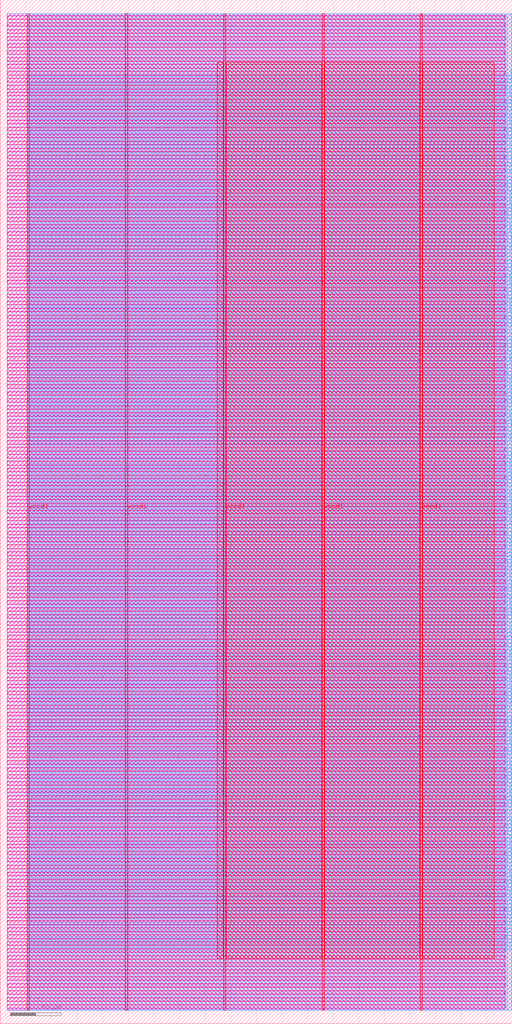
<source format=lef>
VERSION 5.7 ;
  NOWIREEXTENSIONATPIN ON ;
  DIVIDERCHAR "/" ;
  BUSBITCHARS "[]" ;
MACRO core0
  CLASS BLOCK ;
  FOREIGN core0 ;
  ORIGIN 0.000 0.000 ;
  SIZE 400.000 BY 800.000 ;
  PIN dbg_in[0]
    DIRECTION INPUT ;
    USE SIGNAL ;
    PORT
      LAYER met3 ;
        RECT 396.000 106.800 400.000 107.400 ;
    END
  END dbg_in[0]
  PIN dbg_in[1]
    DIRECTION INPUT ;
    USE SIGNAL ;
    PORT
      LAYER met3 ;
        RECT 396.000 147.600 400.000 148.200 ;
    END
  END dbg_in[1]
  PIN dbg_in[2]
    DIRECTION INPUT ;
    USE SIGNAL ;
    PORT
      LAYER met3 ;
        RECT 396.000 188.400 400.000 189.000 ;
    END
  END dbg_in[2]
  PIN dbg_in[3]
    DIRECTION INPUT ;
    USE SIGNAL ;
    PORT
      LAYER met3 ;
        RECT 396.000 226.480 400.000 227.080 ;
    END
  END dbg_in[3]
  PIN dbg_out[0]
    DIRECTION OUTPUT TRISTATE ;
    USE SIGNAL ;
    PORT
      LAYER met3 ;
        RECT 396.000 109.520 400.000 110.120 ;
    END
  END dbg_out[0]
  PIN dbg_out[10]
    DIRECTION OUTPUT TRISTATE ;
    USE SIGNAL ;
    PORT
      LAYER met3 ;
        RECT 396.000 465.840 400.000 466.440 ;
    END
  END dbg_out[10]
  PIN dbg_out[11]
    DIRECTION OUTPUT TRISTATE ;
    USE SIGNAL ;
    PORT
      LAYER met3 ;
        RECT 396.000 495.760 400.000 496.360 ;
    END
  END dbg_out[11]
  PIN dbg_out[12]
    DIRECTION OUTPUT TRISTATE ;
    USE SIGNAL ;
    PORT
      LAYER met3 ;
        RECT 396.000 525.680 400.000 526.280 ;
    END
  END dbg_out[12]
  PIN dbg_out[13]
    DIRECTION OUTPUT TRISTATE ;
    USE SIGNAL ;
    PORT
      LAYER met3 ;
        RECT 396.000 555.600 400.000 556.200 ;
    END
  END dbg_out[13]
  PIN dbg_out[14]
    DIRECTION OUTPUT TRISTATE ;
    USE SIGNAL ;
    PORT
      LAYER met3 ;
        RECT 396.000 585.520 400.000 586.120 ;
    END
  END dbg_out[14]
  PIN dbg_out[15]
    DIRECTION OUTPUT TRISTATE ;
    USE SIGNAL ;
    PORT
      LAYER met3 ;
        RECT 396.000 615.440 400.000 616.040 ;
    END
  END dbg_out[15]
  PIN dbg_out[16]
    DIRECTION OUTPUT TRISTATE ;
    USE SIGNAL ;
    PORT
      LAYER met3 ;
        RECT 396.000 645.360 400.000 645.960 ;
    END
  END dbg_out[16]
  PIN dbg_out[17]
    DIRECTION OUTPUT TRISTATE ;
    USE SIGNAL ;
    PORT
      LAYER met3 ;
        RECT 396.000 650.800 400.000 651.400 ;
    END
  END dbg_out[17]
  PIN dbg_out[18]
    DIRECTION OUTPUT TRISTATE ;
    USE SIGNAL ;
    PORT
      LAYER met3 ;
        RECT 396.000 656.240 400.000 656.840 ;
    END
  END dbg_out[18]
  PIN dbg_out[19]
    DIRECTION OUTPUT TRISTATE ;
    USE SIGNAL ;
    PORT
      LAYER met3 ;
        RECT 396.000 661.680 400.000 662.280 ;
    END
  END dbg_out[19]
  PIN dbg_out[1]
    DIRECTION OUTPUT TRISTATE ;
    USE SIGNAL ;
    PORT
      LAYER met3 ;
        RECT 396.000 150.320 400.000 150.920 ;
    END
  END dbg_out[1]
  PIN dbg_out[20]
    DIRECTION OUTPUT TRISTATE ;
    USE SIGNAL ;
    PORT
      LAYER met3 ;
        RECT 396.000 667.120 400.000 667.720 ;
    END
  END dbg_out[20]
  PIN dbg_out[21]
    DIRECTION OUTPUT TRISTATE ;
    USE SIGNAL ;
    PORT
      LAYER met3 ;
        RECT 396.000 672.560 400.000 673.160 ;
    END
  END dbg_out[21]
  PIN dbg_out[22]
    DIRECTION OUTPUT TRISTATE ;
    USE SIGNAL ;
    PORT
      LAYER met3 ;
        RECT 396.000 678.000 400.000 678.600 ;
    END
  END dbg_out[22]
  PIN dbg_out[23]
    DIRECTION OUTPUT TRISTATE ;
    USE SIGNAL ;
    PORT
      LAYER met3 ;
        RECT 396.000 683.440 400.000 684.040 ;
    END
  END dbg_out[23]
  PIN dbg_out[24]
    DIRECTION OUTPUT TRISTATE ;
    USE SIGNAL ;
    PORT
      LAYER met3 ;
        RECT 396.000 688.880 400.000 689.480 ;
    END
  END dbg_out[24]
  PIN dbg_out[25]
    DIRECTION OUTPUT TRISTATE ;
    USE SIGNAL ;
    PORT
      LAYER met3 ;
        RECT 396.000 694.320 400.000 694.920 ;
    END
  END dbg_out[25]
  PIN dbg_out[26]
    DIRECTION OUTPUT TRISTATE ;
    USE SIGNAL ;
    PORT
      LAYER met3 ;
        RECT 396.000 699.760 400.000 700.360 ;
    END
  END dbg_out[26]
  PIN dbg_out[27]
    DIRECTION OUTPUT TRISTATE ;
    USE SIGNAL ;
    PORT
      LAYER met3 ;
        RECT 396.000 705.200 400.000 705.800 ;
    END
  END dbg_out[27]
  PIN dbg_out[28]
    DIRECTION OUTPUT TRISTATE ;
    USE SIGNAL ;
    PORT
      LAYER met3 ;
        RECT 396.000 710.640 400.000 711.240 ;
    END
  END dbg_out[28]
  PIN dbg_out[29]
    DIRECTION OUTPUT TRISTATE ;
    USE SIGNAL ;
    PORT
      LAYER met3 ;
        RECT 396.000 716.080 400.000 716.680 ;
    END
  END dbg_out[29]
  PIN dbg_out[2]
    DIRECTION OUTPUT TRISTATE ;
    USE SIGNAL ;
    PORT
      LAYER met3 ;
        RECT 396.000 191.120 400.000 191.720 ;
    END
  END dbg_out[2]
  PIN dbg_out[30]
    DIRECTION OUTPUT TRISTATE ;
    USE SIGNAL ;
    PORT
      LAYER met3 ;
        RECT 396.000 721.520 400.000 722.120 ;
    END
  END dbg_out[30]
  PIN dbg_out[31]
    DIRECTION OUTPUT TRISTATE ;
    USE SIGNAL ;
    PORT
      LAYER met3 ;
        RECT 396.000 726.960 400.000 727.560 ;
    END
  END dbg_out[31]
  PIN dbg_out[32]
    DIRECTION OUTPUT TRISTATE ;
    USE SIGNAL ;
    PORT
      LAYER met3 ;
        RECT 396.000 732.400 400.000 733.000 ;
    END
  END dbg_out[32]
  PIN dbg_out[33]
    DIRECTION OUTPUT TRISTATE ;
    USE SIGNAL ;
    PORT
      LAYER met3 ;
        RECT 396.000 735.120 400.000 735.720 ;
    END
  END dbg_out[33]
  PIN dbg_out[34]
    DIRECTION OUTPUT TRISTATE ;
    USE SIGNAL ;
    PORT
      LAYER met3 ;
        RECT 396.000 737.840 400.000 738.440 ;
    END
  END dbg_out[34]
  PIN dbg_out[35]
    DIRECTION OUTPUT TRISTATE ;
    USE SIGNAL ;
    PORT
      LAYER met3 ;
        RECT 396.000 740.560 400.000 741.160 ;
    END
  END dbg_out[35]
  PIN dbg_out[3]
    DIRECTION OUTPUT TRISTATE ;
    USE SIGNAL ;
    PORT
      LAYER met3 ;
        RECT 396.000 229.200 400.000 229.800 ;
    END
  END dbg_out[3]
  PIN dbg_out[4]
    DIRECTION OUTPUT TRISTATE ;
    USE SIGNAL ;
    PORT
      LAYER met3 ;
        RECT 396.000 264.560 400.000 265.160 ;
    END
  END dbg_out[4]
  PIN dbg_out[5]
    DIRECTION OUTPUT TRISTATE ;
    USE SIGNAL ;
    PORT
      LAYER met3 ;
        RECT 396.000 299.920 400.000 300.520 ;
    END
  END dbg_out[5]
  PIN dbg_out[6]
    DIRECTION OUTPUT TRISTATE ;
    USE SIGNAL ;
    PORT
      LAYER met3 ;
        RECT 396.000 335.280 400.000 335.880 ;
    END
  END dbg_out[6]
  PIN dbg_out[7]
    DIRECTION OUTPUT TRISTATE ;
    USE SIGNAL ;
    PORT
      LAYER met3 ;
        RECT 396.000 370.640 400.000 371.240 ;
    END
  END dbg_out[7]
  PIN dbg_out[8]
    DIRECTION OUTPUT TRISTATE ;
    USE SIGNAL ;
    PORT
      LAYER met3 ;
        RECT 396.000 406.000 400.000 406.600 ;
    END
  END dbg_out[8]
  PIN dbg_out[9]
    DIRECTION OUTPUT TRISTATE ;
    USE SIGNAL ;
    PORT
      LAYER met3 ;
        RECT 396.000 435.920 400.000 436.520 ;
    END
  END dbg_out[9]
  PIN dbg_pc[0]
    DIRECTION OUTPUT TRISTATE ;
    USE SIGNAL ;
    PORT
      LAYER met3 ;
        RECT 396.000 112.240 400.000 112.840 ;
    END
  END dbg_pc[0]
  PIN dbg_pc[10]
    DIRECTION OUTPUT TRISTATE ;
    USE SIGNAL ;
    PORT
      LAYER met3 ;
        RECT 396.000 468.560 400.000 469.160 ;
    END
  END dbg_pc[10]
  PIN dbg_pc[11]
    DIRECTION OUTPUT TRISTATE ;
    USE SIGNAL ;
    PORT
      LAYER met3 ;
        RECT 396.000 498.480 400.000 499.080 ;
    END
  END dbg_pc[11]
  PIN dbg_pc[12]
    DIRECTION OUTPUT TRISTATE ;
    USE SIGNAL ;
    PORT
      LAYER met3 ;
        RECT 396.000 528.400 400.000 529.000 ;
    END
  END dbg_pc[12]
  PIN dbg_pc[13]
    DIRECTION OUTPUT TRISTATE ;
    USE SIGNAL ;
    PORT
      LAYER met3 ;
        RECT 396.000 558.320 400.000 558.920 ;
    END
  END dbg_pc[13]
  PIN dbg_pc[14]
    DIRECTION OUTPUT TRISTATE ;
    USE SIGNAL ;
    PORT
      LAYER met3 ;
        RECT 396.000 588.240 400.000 588.840 ;
    END
  END dbg_pc[14]
  PIN dbg_pc[15]
    DIRECTION OUTPUT TRISTATE ;
    USE SIGNAL ;
    PORT
      LAYER met3 ;
        RECT 396.000 618.160 400.000 618.760 ;
    END
  END dbg_pc[15]
  PIN dbg_pc[1]
    DIRECTION OUTPUT TRISTATE ;
    USE SIGNAL ;
    PORT
      LAYER met3 ;
        RECT 396.000 153.040 400.000 153.640 ;
    END
  END dbg_pc[1]
  PIN dbg_pc[2]
    DIRECTION OUTPUT TRISTATE ;
    USE SIGNAL ;
    PORT
      LAYER met3 ;
        RECT 396.000 193.840 400.000 194.440 ;
    END
  END dbg_pc[2]
  PIN dbg_pc[3]
    DIRECTION OUTPUT TRISTATE ;
    USE SIGNAL ;
    PORT
      LAYER met3 ;
        RECT 396.000 231.920 400.000 232.520 ;
    END
  END dbg_pc[3]
  PIN dbg_pc[4]
    DIRECTION OUTPUT TRISTATE ;
    USE SIGNAL ;
    PORT
      LAYER met3 ;
        RECT 396.000 267.280 400.000 267.880 ;
    END
  END dbg_pc[4]
  PIN dbg_pc[5]
    DIRECTION OUTPUT TRISTATE ;
    USE SIGNAL ;
    PORT
      LAYER met3 ;
        RECT 396.000 302.640 400.000 303.240 ;
    END
  END dbg_pc[5]
  PIN dbg_pc[6]
    DIRECTION OUTPUT TRISTATE ;
    USE SIGNAL ;
    PORT
      LAYER met3 ;
        RECT 396.000 338.000 400.000 338.600 ;
    END
  END dbg_pc[6]
  PIN dbg_pc[7]
    DIRECTION OUTPUT TRISTATE ;
    USE SIGNAL ;
    PORT
      LAYER met3 ;
        RECT 396.000 373.360 400.000 373.960 ;
    END
  END dbg_pc[7]
  PIN dbg_pc[8]
    DIRECTION OUTPUT TRISTATE ;
    USE SIGNAL ;
    PORT
      LAYER met3 ;
        RECT 396.000 408.720 400.000 409.320 ;
    END
  END dbg_pc[8]
  PIN dbg_pc[9]
    DIRECTION OUTPUT TRISTATE ;
    USE SIGNAL ;
    PORT
      LAYER met3 ;
        RECT 396.000 438.640 400.000 439.240 ;
    END
  END dbg_pc[9]
  PIN dbg_r0[0]
    DIRECTION OUTPUT TRISTATE ;
    USE SIGNAL ;
    PORT
      LAYER met3 ;
        RECT 396.000 114.960 400.000 115.560 ;
    END
  END dbg_r0[0]
  PIN dbg_r0[10]
    DIRECTION OUTPUT TRISTATE ;
    USE SIGNAL ;
    PORT
      LAYER met3 ;
        RECT 396.000 471.280 400.000 471.880 ;
    END
  END dbg_r0[10]
  PIN dbg_r0[11]
    DIRECTION OUTPUT TRISTATE ;
    USE SIGNAL ;
    PORT
      LAYER met3 ;
        RECT 396.000 501.200 400.000 501.800 ;
    END
  END dbg_r0[11]
  PIN dbg_r0[12]
    DIRECTION OUTPUT TRISTATE ;
    USE SIGNAL ;
    PORT
      LAYER met3 ;
        RECT 396.000 531.120 400.000 531.720 ;
    END
  END dbg_r0[12]
  PIN dbg_r0[13]
    DIRECTION OUTPUT TRISTATE ;
    USE SIGNAL ;
    PORT
      LAYER met3 ;
        RECT 396.000 561.040 400.000 561.640 ;
    END
  END dbg_r0[13]
  PIN dbg_r0[14]
    DIRECTION OUTPUT TRISTATE ;
    USE SIGNAL ;
    PORT
      LAYER met3 ;
        RECT 396.000 590.960 400.000 591.560 ;
    END
  END dbg_r0[14]
  PIN dbg_r0[15]
    DIRECTION OUTPUT TRISTATE ;
    USE SIGNAL ;
    PORT
      LAYER met3 ;
        RECT 396.000 620.880 400.000 621.480 ;
    END
  END dbg_r0[15]
  PIN dbg_r0[1]
    DIRECTION OUTPUT TRISTATE ;
    USE SIGNAL ;
    PORT
      LAYER met3 ;
        RECT 396.000 155.760 400.000 156.360 ;
    END
  END dbg_r0[1]
  PIN dbg_r0[2]
    DIRECTION OUTPUT TRISTATE ;
    USE SIGNAL ;
    PORT
      LAYER met3 ;
        RECT 396.000 196.560 400.000 197.160 ;
    END
  END dbg_r0[2]
  PIN dbg_r0[3]
    DIRECTION OUTPUT TRISTATE ;
    USE SIGNAL ;
    PORT
      LAYER met3 ;
        RECT 396.000 234.640 400.000 235.240 ;
    END
  END dbg_r0[3]
  PIN dbg_r0[4]
    DIRECTION OUTPUT TRISTATE ;
    USE SIGNAL ;
    PORT
      LAYER met3 ;
        RECT 396.000 270.000 400.000 270.600 ;
    END
  END dbg_r0[4]
  PIN dbg_r0[5]
    DIRECTION OUTPUT TRISTATE ;
    USE SIGNAL ;
    PORT
      LAYER met3 ;
        RECT 396.000 305.360 400.000 305.960 ;
    END
  END dbg_r0[5]
  PIN dbg_r0[6]
    DIRECTION OUTPUT TRISTATE ;
    USE SIGNAL ;
    PORT
      LAYER met3 ;
        RECT 396.000 340.720 400.000 341.320 ;
    END
  END dbg_r0[6]
  PIN dbg_r0[7]
    DIRECTION OUTPUT TRISTATE ;
    USE SIGNAL ;
    PORT
      LAYER met3 ;
        RECT 396.000 376.080 400.000 376.680 ;
    END
  END dbg_r0[7]
  PIN dbg_r0[8]
    DIRECTION OUTPUT TRISTATE ;
    USE SIGNAL ;
    PORT
      LAYER met3 ;
        RECT 396.000 411.440 400.000 412.040 ;
    END
  END dbg_r0[8]
  PIN dbg_r0[9]
    DIRECTION OUTPUT TRISTATE ;
    USE SIGNAL ;
    PORT
      LAYER met3 ;
        RECT 396.000 441.360 400.000 441.960 ;
    END
  END dbg_r0[9]
  PIN i_clk
    DIRECTION INPUT ;
    USE SIGNAL ;
    PORT
      LAYER met3 ;
        RECT 396.000 57.840 400.000 58.440 ;
    END
  END i_clk
  PIN i_core_int_sreg[0]
    DIRECTION INPUT ;
    USE SIGNAL ;
    PORT
      LAYER met3 ;
        RECT 396.000 117.680 400.000 118.280 ;
    END
  END i_core_int_sreg[0]
  PIN i_core_int_sreg[10]
    DIRECTION INPUT ;
    USE SIGNAL ;
    PORT
      LAYER met3 ;
        RECT 396.000 474.000 400.000 474.600 ;
    END
  END i_core_int_sreg[10]
  PIN i_core_int_sreg[11]
    DIRECTION INPUT ;
    USE SIGNAL ;
    PORT
      LAYER met3 ;
        RECT 396.000 503.920 400.000 504.520 ;
    END
  END i_core_int_sreg[11]
  PIN i_core_int_sreg[12]
    DIRECTION INPUT ;
    USE SIGNAL ;
    PORT
      LAYER met3 ;
        RECT 396.000 533.840 400.000 534.440 ;
    END
  END i_core_int_sreg[12]
  PIN i_core_int_sreg[13]
    DIRECTION INPUT ;
    USE SIGNAL ;
    PORT
      LAYER met3 ;
        RECT 396.000 563.760 400.000 564.360 ;
    END
  END i_core_int_sreg[13]
  PIN i_core_int_sreg[14]
    DIRECTION INPUT ;
    USE SIGNAL ;
    PORT
      LAYER met3 ;
        RECT 396.000 593.680 400.000 594.280 ;
    END
  END i_core_int_sreg[14]
  PIN i_core_int_sreg[15]
    DIRECTION INPUT ;
    USE SIGNAL ;
    PORT
      LAYER met3 ;
        RECT 396.000 623.600 400.000 624.200 ;
    END
  END i_core_int_sreg[15]
  PIN i_core_int_sreg[1]
    DIRECTION INPUT ;
    USE SIGNAL ;
    PORT
      LAYER met3 ;
        RECT 396.000 158.480 400.000 159.080 ;
    END
  END i_core_int_sreg[1]
  PIN i_core_int_sreg[2]
    DIRECTION INPUT ;
    USE SIGNAL ;
    PORT
      LAYER met3 ;
        RECT 396.000 199.280 400.000 199.880 ;
    END
  END i_core_int_sreg[2]
  PIN i_core_int_sreg[3]
    DIRECTION INPUT ;
    USE SIGNAL ;
    PORT
      LAYER met3 ;
        RECT 396.000 237.360 400.000 237.960 ;
    END
  END i_core_int_sreg[3]
  PIN i_core_int_sreg[4]
    DIRECTION INPUT ;
    USE SIGNAL ;
    PORT
      LAYER met3 ;
        RECT 396.000 272.720 400.000 273.320 ;
    END
  END i_core_int_sreg[4]
  PIN i_core_int_sreg[5]
    DIRECTION INPUT ;
    USE SIGNAL ;
    PORT
      LAYER met3 ;
        RECT 396.000 308.080 400.000 308.680 ;
    END
  END i_core_int_sreg[5]
  PIN i_core_int_sreg[6]
    DIRECTION INPUT ;
    USE SIGNAL ;
    PORT
      LAYER met3 ;
        RECT 396.000 343.440 400.000 344.040 ;
    END
  END i_core_int_sreg[6]
  PIN i_core_int_sreg[7]
    DIRECTION INPUT ;
    USE SIGNAL ;
    PORT
      LAYER met3 ;
        RECT 396.000 378.800 400.000 379.400 ;
    END
  END i_core_int_sreg[7]
  PIN i_core_int_sreg[8]
    DIRECTION INPUT ;
    USE SIGNAL ;
    PORT
      LAYER met3 ;
        RECT 396.000 414.160 400.000 414.760 ;
    END
  END i_core_int_sreg[8]
  PIN i_core_int_sreg[9]
    DIRECTION INPUT ;
    USE SIGNAL ;
    PORT
      LAYER met3 ;
        RECT 396.000 444.080 400.000 444.680 ;
    END
  END i_core_int_sreg[9]
  PIN i_disable
    DIRECTION INPUT ;
    USE SIGNAL ;
    PORT
      LAYER met3 ;
        RECT 396.000 60.560 400.000 61.160 ;
    END
  END i_disable
  PIN i_irq
    DIRECTION INPUT ;
    USE SIGNAL ;
    PORT
      LAYER met3 ;
        RECT 396.000 63.280 400.000 63.880 ;
    END
  END i_irq
  PIN i_mc_core_int
    DIRECTION INPUT ;
    USE SIGNAL ;
    PORT
      LAYER met3 ;
        RECT 396.000 66.000 400.000 66.600 ;
    END
  END i_mc_core_int
  PIN i_mem_ack
    DIRECTION INPUT ;
    USE SIGNAL ;
    PORT
      LAYER met3 ;
        RECT 396.000 68.720 400.000 69.320 ;
    END
  END i_mem_ack
  PIN i_mem_data[0]
    DIRECTION INPUT ;
    USE SIGNAL ;
    PORT
      LAYER met3 ;
        RECT 396.000 120.400 400.000 121.000 ;
    END
  END i_mem_data[0]
  PIN i_mem_data[10]
    DIRECTION INPUT ;
    USE SIGNAL ;
    PORT
      LAYER met3 ;
        RECT 396.000 476.720 400.000 477.320 ;
    END
  END i_mem_data[10]
  PIN i_mem_data[11]
    DIRECTION INPUT ;
    USE SIGNAL ;
    PORT
      LAYER met3 ;
        RECT 396.000 506.640 400.000 507.240 ;
    END
  END i_mem_data[11]
  PIN i_mem_data[12]
    DIRECTION INPUT ;
    USE SIGNAL ;
    PORT
      LAYER met3 ;
        RECT 396.000 536.560 400.000 537.160 ;
    END
  END i_mem_data[12]
  PIN i_mem_data[13]
    DIRECTION INPUT ;
    USE SIGNAL ;
    PORT
      LAYER met3 ;
        RECT 396.000 566.480 400.000 567.080 ;
    END
  END i_mem_data[13]
  PIN i_mem_data[14]
    DIRECTION INPUT ;
    USE SIGNAL ;
    PORT
      LAYER met3 ;
        RECT 396.000 596.400 400.000 597.000 ;
    END
  END i_mem_data[14]
  PIN i_mem_data[15]
    DIRECTION INPUT ;
    USE SIGNAL ;
    PORT
      LAYER met3 ;
        RECT 396.000 626.320 400.000 626.920 ;
    END
  END i_mem_data[15]
  PIN i_mem_data[1]
    DIRECTION INPUT ;
    USE SIGNAL ;
    PORT
      LAYER met3 ;
        RECT 396.000 161.200 400.000 161.800 ;
    END
  END i_mem_data[1]
  PIN i_mem_data[2]
    DIRECTION INPUT ;
    USE SIGNAL ;
    PORT
      LAYER met3 ;
        RECT 396.000 202.000 400.000 202.600 ;
    END
  END i_mem_data[2]
  PIN i_mem_data[3]
    DIRECTION INPUT ;
    USE SIGNAL ;
    PORT
      LAYER met3 ;
        RECT 396.000 240.080 400.000 240.680 ;
    END
  END i_mem_data[3]
  PIN i_mem_data[4]
    DIRECTION INPUT ;
    USE SIGNAL ;
    PORT
      LAYER met3 ;
        RECT 396.000 275.440 400.000 276.040 ;
    END
  END i_mem_data[4]
  PIN i_mem_data[5]
    DIRECTION INPUT ;
    USE SIGNAL ;
    PORT
      LAYER met3 ;
        RECT 396.000 310.800 400.000 311.400 ;
    END
  END i_mem_data[5]
  PIN i_mem_data[6]
    DIRECTION INPUT ;
    USE SIGNAL ;
    PORT
      LAYER met3 ;
        RECT 396.000 346.160 400.000 346.760 ;
    END
  END i_mem_data[6]
  PIN i_mem_data[7]
    DIRECTION INPUT ;
    USE SIGNAL ;
    PORT
      LAYER met3 ;
        RECT 396.000 381.520 400.000 382.120 ;
    END
  END i_mem_data[7]
  PIN i_mem_data[8]
    DIRECTION INPUT ;
    USE SIGNAL ;
    PORT
      LAYER met3 ;
        RECT 396.000 416.880 400.000 417.480 ;
    END
  END i_mem_data[8]
  PIN i_mem_data[9]
    DIRECTION INPUT ;
    USE SIGNAL ;
    PORT
      LAYER met3 ;
        RECT 396.000 446.800 400.000 447.400 ;
    END
  END i_mem_data[9]
  PIN i_mem_exception
    DIRECTION INPUT ;
    USE SIGNAL ;
    PORT
      LAYER met3 ;
        RECT 396.000 71.440 400.000 72.040 ;
    END
  END i_mem_exception
  PIN i_req_data[0]
    DIRECTION INPUT ;
    USE SIGNAL ;
    PORT
      LAYER met3 ;
        RECT 396.000 123.120 400.000 123.720 ;
    END
  END i_req_data[0]
  PIN i_req_data[10]
    DIRECTION INPUT ;
    USE SIGNAL ;
    PORT
      LAYER met3 ;
        RECT 396.000 479.440 400.000 480.040 ;
    END
  END i_req_data[10]
  PIN i_req_data[11]
    DIRECTION INPUT ;
    USE SIGNAL ;
    PORT
      LAYER met3 ;
        RECT 396.000 509.360 400.000 509.960 ;
    END
  END i_req_data[11]
  PIN i_req_data[12]
    DIRECTION INPUT ;
    USE SIGNAL ;
    PORT
      LAYER met3 ;
        RECT 396.000 539.280 400.000 539.880 ;
    END
  END i_req_data[12]
  PIN i_req_data[13]
    DIRECTION INPUT ;
    USE SIGNAL ;
    PORT
      LAYER met3 ;
        RECT 396.000 569.200 400.000 569.800 ;
    END
  END i_req_data[13]
  PIN i_req_data[14]
    DIRECTION INPUT ;
    USE SIGNAL ;
    PORT
      LAYER met3 ;
        RECT 396.000 599.120 400.000 599.720 ;
    END
  END i_req_data[14]
  PIN i_req_data[15]
    DIRECTION INPUT ;
    USE SIGNAL ;
    PORT
      LAYER met3 ;
        RECT 396.000 629.040 400.000 629.640 ;
    END
  END i_req_data[15]
  PIN i_req_data[16]
    DIRECTION INPUT ;
    USE SIGNAL ;
    PORT
      LAYER met3 ;
        RECT 396.000 648.080 400.000 648.680 ;
    END
  END i_req_data[16]
  PIN i_req_data[17]
    DIRECTION INPUT ;
    USE SIGNAL ;
    PORT
      LAYER met3 ;
        RECT 396.000 653.520 400.000 654.120 ;
    END
  END i_req_data[17]
  PIN i_req_data[18]
    DIRECTION INPUT ;
    USE SIGNAL ;
    PORT
      LAYER met3 ;
        RECT 396.000 658.960 400.000 659.560 ;
    END
  END i_req_data[18]
  PIN i_req_data[19]
    DIRECTION INPUT ;
    USE SIGNAL ;
    PORT
      LAYER met3 ;
        RECT 396.000 664.400 400.000 665.000 ;
    END
  END i_req_data[19]
  PIN i_req_data[1]
    DIRECTION INPUT ;
    USE SIGNAL ;
    PORT
      LAYER met3 ;
        RECT 396.000 163.920 400.000 164.520 ;
    END
  END i_req_data[1]
  PIN i_req_data[20]
    DIRECTION INPUT ;
    USE SIGNAL ;
    PORT
      LAYER met3 ;
        RECT 396.000 669.840 400.000 670.440 ;
    END
  END i_req_data[20]
  PIN i_req_data[21]
    DIRECTION INPUT ;
    USE SIGNAL ;
    PORT
      LAYER met3 ;
        RECT 396.000 675.280 400.000 675.880 ;
    END
  END i_req_data[21]
  PIN i_req_data[22]
    DIRECTION INPUT ;
    USE SIGNAL ;
    PORT
      LAYER met3 ;
        RECT 396.000 680.720 400.000 681.320 ;
    END
  END i_req_data[22]
  PIN i_req_data[23]
    DIRECTION INPUT ;
    USE SIGNAL ;
    PORT
      LAYER met3 ;
        RECT 396.000 686.160 400.000 686.760 ;
    END
  END i_req_data[23]
  PIN i_req_data[24]
    DIRECTION INPUT ;
    USE SIGNAL ;
    PORT
      LAYER met3 ;
        RECT 396.000 691.600 400.000 692.200 ;
    END
  END i_req_data[24]
  PIN i_req_data[25]
    DIRECTION INPUT ;
    USE SIGNAL ;
    PORT
      LAYER met3 ;
        RECT 396.000 697.040 400.000 697.640 ;
    END
  END i_req_data[25]
  PIN i_req_data[26]
    DIRECTION INPUT ;
    USE SIGNAL ;
    PORT
      LAYER met3 ;
        RECT 396.000 702.480 400.000 703.080 ;
    END
  END i_req_data[26]
  PIN i_req_data[27]
    DIRECTION INPUT ;
    USE SIGNAL ;
    PORT
      LAYER met3 ;
        RECT 396.000 707.920 400.000 708.520 ;
    END
  END i_req_data[27]
  PIN i_req_data[28]
    DIRECTION INPUT ;
    USE SIGNAL ;
    PORT
      LAYER met3 ;
        RECT 396.000 713.360 400.000 713.960 ;
    END
  END i_req_data[28]
  PIN i_req_data[29]
    DIRECTION INPUT ;
    USE SIGNAL ;
    PORT
      LAYER met3 ;
        RECT 396.000 718.800 400.000 719.400 ;
    END
  END i_req_data[29]
  PIN i_req_data[2]
    DIRECTION INPUT ;
    USE SIGNAL ;
    PORT
      LAYER met3 ;
        RECT 396.000 204.720 400.000 205.320 ;
    END
  END i_req_data[2]
  PIN i_req_data[30]
    DIRECTION INPUT ;
    USE SIGNAL ;
    PORT
      LAYER met3 ;
        RECT 396.000 724.240 400.000 724.840 ;
    END
  END i_req_data[30]
  PIN i_req_data[31]
    DIRECTION INPUT ;
    USE SIGNAL ;
    PORT
      LAYER met3 ;
        RECT 396.000 729.680 400.000 730.280 ;
    END
  END i_req_data[31]
  PIN i_req_data[3]
    DIRECTION INPUT ;
    USE SIGNAL ;
    PORT
      LAYER met3 ;
        RECT 396.000 242.800 400.000 243.400 ;
    END
  END i_req_data[3]
  PIN i_req_data[4]
    DIRECTION INPUT ;
    USE SIGNAL ;
    PORT
      LAYER met3 ;
        RECT 396.000 278.160 400.000 278.760 ;
    END
  END i_req_data[4]
  PIN i_req_data[5]
    DIRECTION INPUT ;
    USE SIGNAL ;
    PORT
      LAYER met3 ;
        RECT 396.000 313.520 400.000 314.120 ;
    END
  END i_req_data[5]
  PIN i_req_data[6]
    DIRECTION INPUT ;
    USE SIGNAL ;
    PORT
      LAYER met3 ;
        RECT 396.000 348.880 400.000 349.480 ;
    END
  END i_req_data[6]
  PIN i_req_data[7]
    DIRECTION INPUT ;
    USE SIGNAL ;
    PORT
      LAYER met3 ;
        RECT 396.000 384.240 400.000 384.840 ;
    END
  END i_req_data[7]
  PIN i_req_data[8]
    DIRECTION INPUT ;
    USE SIGNAL ;
    PORT
      LAYER met3 ;
        RECT 396.000 419.600 400.000 420.200 ;
    END
  END i_req_data[8]
  PIN i_req_data[9]
    DIRECTION INPUT ;
    USE SIGNAL ;
    PORT
      LAYER met3 ;
        RECT 396.000 449.520 400.000 450.120 ;
    END
  END i_req_data[9]
  PIN i_req_data_valid
    DIRECTION INPUT ;
    USE SIGNAL ;
    PORT
      LAYER met3 ;
        RECT 396.000 74.160 400.000 74.760 ;
    END
  END i_req_data_valid
  PIN i_rst
    DIRECTION INPUT ;
    USE SIGNAL ;
    PORT
      LAYER met3 ;
        RECT 396.000 76.880 400.000 77.480 ;
    END
  END i_rst
  PIN o_c_data_page
    DIRECTION OUTPUT TRISTATE ;
    USE SIGNAL ;
    PORT
      LAYER met3 ;
        RECT 396.000 79.600 400.000 80.200 ;
    END
  END o_c_data_page
  PIN o_c_instr_long
    DIRECTION OUTPUT TRISTATE ;
    USE SIGNAL ;
    PORT
      LAYER met3 ;
        RECT 396.000 82.320 400.000 82.920 ;
    END
  END o_c_instr_long
  PIN o_c_instr_page
    DIRECTION OUTPUT TRISTATE ;
    USE SIGNAL ;
    PORT
      LAYER met3 ;
        RECT 396.000 85.040 400.000 85.640 ;
    END
  END o_c_instr_page
  PIN o_icache_flush
    DIRECTION OUTPUT TRISTATE ;
    USE SIGNAL ;
    PORT
      LAYER met3 ;
        RECT 396.000 87.760 400.000 88.360 ;
    END
  END o_icache_flush
  PIN o_instr_long_addr[0]
    DIRECTION OUTPUT TRISTATE ;
    USE SIGNAL ;
    PORT
      LAYER met3 ;
        RECT 396.000 125.840 400.000 126.440 ;
    END
  END o_instr_long_addr[0]
  PIN o_instr_long_addr[1]
    DIRECTION OUTPUT TRISTATE ;
    USE SIGNAL ;
    PORT
      LAYER met3 ;
        RECT 396.000 166.640 400.000 167.240 ;
    END
  END o_instr_long_addr[1]
  PIN o_instr_long_addr[2]
    DIRECTION OUTPUT TRISTATE ;
    USE SIGNAL ;
    PORT
      LAYER met3 ;
        RECT 396.000 207.440 400.000 208.040 ;
    END
  END o_instr_long_addr[2]
  PIN o_instr_long_addr[3]
    DIRECTION OUTPUT TRISTATE ;
    USE SIGNAL ;
    PORT
      LAYER met3 ;
        RECT 396.000 245.520 400.000 246.120 ;
    END
  END o_instr_long_addr[3]
  PIN o_instr_long_addr[4]
    DIRECTION OUTPUT TRISTATE ;
    USE SIGNAL ;
    PORT
      LAYER met3 ;
        RECT 396.000 280.880 400.000 281.480 ;
    END
  END o_instr_long_addr[4]
  PIN o_instr_long_addr[5]
    DIRECTION OUTPUT TRISTATE ;
    USE SIGNAL ;
    PORT
      LAYER met3 ;
        RECT 396.000 316.240 400.000 316.840 ;
    END
  END o_instr_long_addr[5]
  PIN o_instr_long_addr[6]
    DIRECTION OUTPUT TRISTATE ;
    USE SIGNAL ;
    PORT
      LAYER met3 ;
        RECT 396.000 351.600 400.000 352.200 ;
    END
  END o_instr_long_addr[6]
  PIN o_instr_long_addr[7]
    DIRECTION OUTPUT TRISTATE ;
    USE SIGNAL ;
    PORT
      LAYER met3 ;
        RECT 396.000 386.960 400.000 387.560 ;
    END
  END o_instr_long_addr[7]
  PIN o_mem_addr[0]
    DIRECTION OUTPUT TRISTATE ;
    USE SIGNAL ;
    PORT
      LAYER met3 ;
        RECT 396.000 128.560 400.000 129.160 ;
    END
  END o_mem_addr[0]
  PIN o_mem_addr[10]
    DIRECTION OUTPUT TRISTATE ;
    USE SIGNAL ;
    PORT
      LAYER met3 ;
        RECT 396.000 482.160 400.000 482.760 ;
    END
  END o_mem_addr[10]
  PIN o_mem_addr[11]
    DIRECTION OUTPUT TRISTATE ;
    USE SIGNAL ;
    PORT
      LAYER met3 ;
        RECT 396.000 512.080 400.000 512.680 ;
    END
  END o_mem_addr[11]
  PIN o_mem_addr[12]
    DIRECTION OUTPUT TRISTATE ;
    USE SIGNAL ;
    PORT
      LAYER met3 ;
        RECT 396.000 542.000 400.000 542.600 ;
    END
  END o_mem_addr[12]
  PIN o_mem_addr[13]
    DIRECTION OUTPUT TRISTATE ;
    USE SIGNAL ;
    PORT
      LAYER met3 ;
        RECT 396.000 571.920 400.000 572.520 ;
    END
  END o_mem_addr[13]
  PIN o_mem_addr[14]
    DIRECTION OUTPUT TRISTATE ;
    USE SIGNAL ;
    PORT
      LAYER met3 ;
        RECT 396.000 601.840 400.000 602.440 ;
    END
  END o_mem_addr[14]
  PIN o_mem_addr[15]
    DIRECTION OUTPUT TRISTATE ;
    USE SIGNAL ;
    PORT
      LAYER met3 ;
        RECT 396.000 631.760 400.000 632.360 ;
    END
  END o_mem_addr[15]
  PIN o_mem_addr[1]
    DIRECTION OUTPUT TRISTATE ;
    USE SIGNAL ;
    PORT
      LAYER met3 ;
        RECT 396.000 169.360 400.000 169.960 ;
    END
  END o_mem_addr[1]
  PIN o_mem_addr[2]
    DIRECTION OUTPUT TRISTATE ;
    USE SIGNAL ;
    PORT
      LAYER met3 ;
        RECT 396.000 210.160 400.000 210.760 ;
    END
  END o_mem_addr[2]
  PIN o_mem_addr[3]
    DIRECTION OUTPUT TRISTATE ;
    USE SIGNAL ;
    PORT
      LAYER met3 ;
        RECT 396.000 248.240 400.000 248.840 ;
    END
  END o_mem_addr[3]
  PIN o_mem_addr[4]
    DIRECTION OUTPUT TRISTATE ;
    USE SIGNAL ;
    PORT
      LAYER met3 ;
        RECT 396.000 283.600 400.000 284.200 ;
    END
  END o_mem_addr[4]
  PIN o_mem_addr[5]
    DIRECTION OUTPUT TRISTATE ;
    USE SIGNAL ;
    PORT
      LAYER met3 ;
        RECT 396.000 318.960 400.000 319.560 ;
    END
  END o_mem_addr[5]
  PIN o_mem_addr[6]
    DIRECTION OUTPUT TRISTATE ;
    USE SIGNAL ;
    PORT
      LAYER met3 ;
        RECT 396.000 354.320 400.000 354.920 ;
    END
  END o_mem_addr[6]
  PIN o_mem_addr[7]
    DIRECTION OUTPUT TRISTATE ;
    USE SIGNAL ;
    PORT
      LAYER met3 ;
        RECT 396.000 389.680 400.000 390.280 ;
    END
  END o_mem_addr[7]
  PIN o_mem_addr[8]
    DIRECTION OUTPUT TRISTATE ;
    USE SIGNAL ;
    PORT
      LAYER met3 ;
        RECT 396.000 422.320 400.000 422.920 ;
    END
  END o_mem_addr[8]
  PIN o_mem_addr[9]
    DIRECTION OUTPUT TRISTATE ;
    USE SIGNAL ;
    PORT
      LAYER met3 ;
        RECT 396.000 452.240 400.000 452.840 ;
    END
  END o_mem_addr[9]
  PIN o_mem_addr_high[0]
    DIRECTION OUTPUT TRISTATE ;
    USE SIGNAL ;
    PORT
      LAYER met3 ;
        RECT 396.000 131.280 400.000 131.880 ;
    END
  END o_mem_addr_high[0]
  PIN o_mem_addr_high[1]
    DIRECTION OUTPUT TRISTATE ;
    USE SIGNAL ;
    PORT
      LAYER met3 ;
        RECT 396.000 172.080 400.000 172.680 ;
    END
  END o_mem_addr_high[1]
  PIN o_mem_addr_high[2]
    DIRECTION OUTPUT TRISTATE ;
    USE SIGNAL ;
    PORT
      LAYER met3 ;
        RECT 396.000 212.880 400.000 213.480 ;
    END
  END o_mem_addr_high[2]
  PIN o_mem_addr_high[3]
    DIRECTION OUTPUT TRISTATE ;
    USE SIGNAL ;
    PORT
      LAYER met3 ;
        RECT 396.000 250.960 400.000 251.560 ;
    END
  END o_mem_addr_high[3]
  PIN o_mem_addr_high[4]
    DIRECTION OUTPUT TRISTATE ;
    USE SIGNAL ;
    PORT
      LAYER met3 ;
        RECT 396.000 286.320 400.000 286.920 ;
    END
  END o_mem_addr_high[4]
  PIN o_mem_addr_high[5]
    DIRECTION OUTPUT TRISTATE ;
    USE SIGNAL ;
    PORT
      LAYER met3 ;
        RECT 396.000 321.680 400.000 322.280 ;
    END
  END o_mem_addr_high[5]
  PIN o_mem_addr_high[6]
    DIRECTION OUTPUT TRISTATE ;
    USE SIGNAL ;
    PORT
      LAYER met3 ;
        RECT 396.000 357.040 400.000 357.640 ;
    END
  END o_mem_addr_high[6]
  PIN o_mem_addr_high[7]
    DIRECTION OUTPUT TRISTATE ;
    USE SIGNAL ;
    PORT
      LAYER met3 ;
        RECT 396.000 392.400 400.000 393.000 ;
    END
  END o_mem_addr_high[7]
  PIN o_mem_data[0]
    DIRECTION OUTPUT TRISTATE ;
    USE SIGNAL ;
    PORT
      LAYER met3 ;
        RECT 396.000 134.000 400.000 134.600 ;
    END
  END o_mem_data[0]
  PIN o_mem_data[10]
    DIRECTION OUTPUT TRISTATE ;
    USE SIGNAL ;
    PORT
      LAYER met3 ;
        RECT 396.000 484.880 400.000 485.480 ;
    END
  END o_mem_data[10]
  PIN o_mem_data[11]
    DIRECTION OUTPUT TRISTATE ;
    USE SIGNAL ;
    PORT
      LAYER met3 ;
        RECT 396.000 514.800 400.000 515.400 ;
    END
  END o_mem_data[11]
  PIN o_mem_data[12]
    DIRECTION OUTPUT TRISTATE ;
    USE SIGNAL ;
    PORT
      LAYER met3 ;
        RECT 396.000 544.720 400.000 545.320 ;
    END
  END o_mem_data[12]
  PIN o_mem_data[13]
    DIRECTION OUTPUT TRISTATE ;
    USE SIGNAL ;
    PORT
      LAYER met3 ;
        RECT 396.000 574.640 400.000 575.240 ;
    END
  END o_mem_data[13]
  PIN o_mem_data[14]
    DIRECTION OUTPUT TRISTATE ;
    USE SIGNAL ;
    PORT
      LAYER met3 ;
        RECT 396.000 604.560 400.000 605.160 ;
    END
  END o_mem_data[14]
  PIN o_mem_data[15]
    DIRECTION OUTPUT TRISTATE ;
    USE SIGNAL ;
    PORT
      LAYER met3 ;
        RECT 396.000 634.480 400.000 635.080 ;
    END
  END o_mem_data[15]
  PIN o_mem_data[1]
    DIRECTION OUTPUT TRISTATE ;
    USE SIGNAL ;
    PORT
      LAYER met3 ;
        RECT 396.000 174.800 400.000 175.400 ;
    END
  END o_mem_data[1]
  PIN o_mem_data[2]
    DIRECTION OUTPUT TRISTATE ;
    USE SIGNAL ;
    PORT
      LAYER met3 ;
        RECT 396.000 215.600 400.000 216.200 ;
    END
  END o_mem_data[2]
  PIN o_mem_data[3]
    DIRECTION OUTPUT TRISTATE ;
    USE SIGNAL ;
    PORT
      LAYER met3 ;
        RECT 396.000 253.680 400.000 254.280 ;
    END
  END o_mem_data[3]
  PIN o_mem_data[4]
    DIRECTION OUTPUT TRISTATE ;
    USE SIGNAL ;
    PORT
      LAYER met3 ;
        RECT 396.000 289.040 400.000 289.640 ;
    END
  END o_mem_data[4]
  PIN o_mem_data[5]
    DIRECTION OUTPUT TRISTATE ;
    USE SIGNAL ;
    PORT
      LAYER met3 ;
        RECT 396.000 324.400 400.000 325.000 ;
    END
  END o_mem_data[5]
  PIN o_mem_data[6]
    DIRECTION OUTPUT TRISTATE ;
    USE SIGNAL ;
    PORT
      LAYER met3 ;
        RECT 396.000 359.760 400.000 360.360 ;
    END
  END o_mem_data[6]
  PIN o_mem_data[7]
    DIRECTION OUTPUT TRISTATE ;
    USE SIGNAL ;
    PORT
      LAYER met3 ;
        RECT 396.000 395.120 400.000 395.720 ;
    END
  END o_mem_data[7]
  PIN o_mem_data[8]
    DIRECTION OUTPUT TRISTATE ;
    USE SIGNAL ;
    PORT
      LAYER met3 ;
        RECT 396.000 425.040 400.000 425.640 ;
    END
  END o_mem_data[8]
  PIN o_mem_data[9]
    DIRECTION OUTPUT TRISTATE ;
    USE SIGNAL ;
    PORT
      LAYER met3 ;
        RECT 396.000 454.960 400.000 455.560 ;
    END
  END o_mem_data[9]
  PIN o_mem_long
    DIRECTION OUTPUT TRISTATE ;
    USE SIGNAL ;
    PORT
      LAYER met3 ;
        RECT 396.000 90.480 400.000 91.080 ;
    END
  END o_mem_long
  PIN o_mem_req
    DIRECTION OUTPUT TRISTATE ;
    USE SIGNAL ;
    PORT
      LAYER met3 ;
        RECT 396.000 93.200 400.000 93.800 ;
    END
  END o_mem_req
  PIN o_mem_sel[0]
    DIRECTION OUTPUT TRISTATE ;
    USE SIGNAL ;
    PORT
      LAYER met3 ;
        RECT 396.000 136.720 400.000 137.320 ;
    END
  END o_mem_sel[0]
  PIN o_mem_sel[1]
    DIRECTION OUTPUT TRISTATE ;
    USE SIGNAL ;
    PORT
      LAYER met3 ;
        RECT 396.000 177.520 400.000 178.120 ;
    END
  END o_mem_sel[1]
  PIN o_mem_we
    DIRECTION OUTPUT TRISTATE ;
    USE SIGNAL ;
    PORT
      LAYER met3 ;
        RECT 396.000 95.920 400.000 96.520 ;
    END
  END o_mem_we
  PIN o_req_active
    DIRECTION OUTPUT TRISTATE ;
    USE SIGNAL ;
    PORT
      LAYER met3 ;
        RECT 396.000 98.640 400.000 99.240 ;
    END
  END o_req_active
  PIN o_req_addr[0]
    DIRECTION OUTPUT TRISTATE ;
    USE SIGNAL ;
    PORT
      LAYER met3 ;
        RECT 396.000 139.440 400.000 140.040 ;
    END
  END o_req_addr[0]
  PIN o_req_addr[10]
    DIRECTION OUTPUT TRISTATE ;
    USE SIGNAL ;
    PORT
      LAYER met3 ;
        RECT 396.000 487.600 400.000 488.200 ;
    END
  END o_req_addr[10]
  PIN o_req_addr[11]
    DIRECTION OUTPUT TRISTATE ;
    USE SIGNAL ;
    PORT
      LAYER met3 ;
        RECT 396.000 517.520 400.000 518.120 ;
    END
  END o_req_addr[11]
  PIN o_req_addr[12]
    DIRECTION OUTPUT TRISTATE ;
    USE SIGNAL ;
    PORT
      LAYER met3 ;
        RECT 396.000 547.440 400.000 548.040 ;
    END
  END o_req_addr[12]
  PIN o_req_addr[13]
    DIRECTION OUTPUT TRISTATE ;
    USE SIGNAL ;
    PORT
      LAYER met3 ;
        RECT 396.000 577.360 400.000 577.960 ;
    END
  END o_req_addr[13]
  PIN o_req_addr[14]
    DIRECTION OUTPUT TRISTATE ;
    USE SIGNAL ;
    PORT
      LAYER met3 ;
        RECT 396.000 607.280 400.000 607.880 ;
    END
  END o_req_addr[14]
  PIN o_req_addr[15]
    DIRECTION OUTPUT TRISTATE ;
    USE SIGNAL ;
    PORT
      LAYER met3 ;
        RECT 396.000 637.200 400.000 637.800 ;
    END
  END o_req_addr[15]
  PIN o_req_addr[1]
    DIRECTION OUTPUT TRISTATE ;
    USE SIGNAL ;
    PORT
      LAYER met3 ;
        RECT 396.000 180.240 400.000 180.840 ;
    END
  END o_req_addr[1]
  PIN o_req_addr[2]
    DIRECTION OUTPUT TRISTATE ;
    USE SIGNAL ;
    PORT
      LAYER met3 ;
        RECT 396.000 218.320 400.000 218.920 ;
    END
  END o_req_addr[2]
  PIN o_req_addr[3]
    DIRECTION OUTPUT TRISTATE ;
    USE SIGNAL ;
    PORT
      LAYER met3 ;
        RECT 396.000 256.400 400.000 257.000 ;
    END
  END o_req_addr[3]
  PIN o_req_addr[4]
    DIRECTION OUTPUT TRISTATE ;
    USE SIGNAL ;
    PORT
      LAYER met3 ;
        RECT 396.000 291.760 400.000 292.360 ;
    END
  END o_req_addr[4]
  PIN o_req_addr[5]
    DIRECTION OUTPUT TRISTATE ;
    USE SIGNAL ;
    PORT
      LAYER met3 ;
        RECT 396.000 327.120 400.000 327.720 ;
    END
  END o_req_addr[5]
  PIN o_req_addr[6]
    DIRECTION OUTPUT TRISTATE ;
    USE SIGNAL ;
    PORT
      LAYER met3 ;
        RECT 396.000 362.480 400.000 363.080 ;
    END
  END o_req_addr[6]
  PIN o_req_addr[7]
    DIRECTION OUTPUT TRISTATE ;
    USE SIGNAL ;
    PORT
      LAYER met3 ;
        RECT 396.000 397.840 400.000 398.440 ;
    END
  END o_req_addr[7]
  PIN o_req_addr[8]
    DIRECTION OUTPUT TRISTATE ;
    USE SIGNAL ;
    PORT
      LAYER met3 ;
        RECT 396.000 427.760 400.000 428.360 ;
    END
  END o_req_addr[8]
  PIN o_req_addr[9]
    DIRECTION OUTPUT TRISTATE ;
    USE SIGNAL ;
    PORT
      LAYER met3 ;
        RECT 396.000 457.680 400.000 458.280 ;
    END
  END o_req_addr[9]
  PIN o_req_ppl_submit
    DIRECTION OUTPUT TRISTATE ;
    USE SIGNAL ;
    PORT
      LAYER met3 ;
        RECT 396.000 101.360 400.000 101.960 ;
    END
  END o_req_ppl_submit
  PIN sr_bus_addr[0]
    DIRECTION OUTPUT TRISTATE ;
    USE SIGNAL ;
    PORT
      LAYER met3 ;
        RECT 396.000 142.160 400.000 142.760 ;
    END
  END sr_bus_addr[0]
  PIN sr_bus_addr[10]
    DIRECTION OUTPUT TRISTATE ;
    USE SIGNAL ;
    PORT
      LAYER met3 ;
        RECT 396.000 490.320 400.000 490.920 ;
    END
  END sr_bus_addr[10]
  PIN sr_bus_addr[11]
    DIRECTION OUTPUT TRISTATE ;
    USE SIGNAL ;
    PORT
      LAYER met3 ;
        RECT 396.000 520.240 400.000 520.840 ;
    END
  END sr_bus_addr[11]
  PIN sr_bus_addr[12]
    DIRECTION OUTPUT TRISTATE ;
    USE SIGNAL ;
    PORT
      LAYER met3 ;
        RECT 396.000 550.160 400.000 550.760 ;
    END
  END sr_bus_addr[12]
  PIN sr_bus_addr[13]
    DIRECTION OUTPUT TRISTATE ;
    USE SIGNAL ;
    PORT
      LAYER met3 ;
        RECT 396.000 580.080 400.000 580.680 ;
    END
  END sr_bus_addr[13]
  PIN sr_bus_addr[14]
    DIRECTION OUTPUT TRISTATE ;
    USE SIGNAL ;
    PORT
      LAYER met3 ;
        RECT 396.000 610.000 400.000 610.600 ;
    END
  END sr_bus_addr[14]
  PIN sr_bus_addr[15]
    DIRECTION OUTPUT TRISTATE ;
    USE SIGNAL ;
    PORT
      LAYER met3 ;
        RECT 396.000 639.920 400.000 640.520 ;
    END
  END sr_bus_addr[15]
  PIN sr_bus_addr[1]
    DIRECTION OUTPUT TRISTATE ;
    USE SIGNAL ;
    PORT
      LAYER met3 ;
        RECT 396.000 182.960 400.000 183.560 ;
    END
  END sr_bus_addr[1]
  PIN sr_bus_addr[2]
    DIRECTION OUTPUT TRISTATE ;
    USE SIGNAL ;
    PORT
      LAYER met3 ;
        RECT 396.000 221.040 400.000 221.640 ;
    END
  END sr_bus_addr[2]
  PIN sr_bus_addr[3]
    DIRECTION OUTPUT TRISTATE ;
    USE SIGNAL ;
    PORT
      LAYER met3 ;
        RECT 396.000 259.120 400.000 259.720 ;
    END
  END sr_bus_addr[3]
  PIN sr_bus_addr[4]
    DIRECTION OUTPUT TRISTATE ;
    USE SIGNAL ;
    PORT
      LAYER met3 ;
        RECT 396.000 294.480 400.000 295.080 ;
    END
  END sr_bus_addr[4]
  PIN sr_bus_addr[5]
    DIRECTION OUTPUT TRISTATE ;
    USE SIGNAL ;
    PORT
      LAYER met3 ;
        RECT 396.000 329.840 400.000 330.440 ;
    END
  END sr_bus_addr[5]
  PIN sr_bus_addr[6]
    DIRECTION OUTPUT TRISTATE ;
    USE SIGNAL ;
    PORT
      LAYER met3 ;
        RECT 396.000 365.200 400.000 365.800 ;
    END
  END sr_bus_addr[6]
  PIN sr_bus_addr[7]
    DIRECTION OUTPUT TRISTATE ;
    USE SIGNAL ;
    PORT
      LAYER met3 ;
        RECT 396.000 400.560 400.000 401.160 ;
    END
  END sr_bus_addr[7]
  PIN sr_bus_addr[8]
    DIRECTION OUTPUT TRISTATE ;
    USE SIGNAL ;
    PORT
      LAYER met3 ;
        RECT 396.000 430.480 400.000 431.080 ;
    END
  END sr_bus_addr[8]
  PIN sr_bus_addr[9]
    DIRECTION OUTPUT TRISTATE ;
    USE SIGNAL ;
    PORT
      LAYER met3 ;
        RECT 396.000 460.400 400.000 461.000 ;
    END
  END sr_bus_addr[9]
  PIN sr_bus_data_o[0]
    DIRECTION OUTPUT TRISTATE ;
    USE SIGNAL ;
    PORT
      LAYER met3 ;
        RECT 396.000 144.880 400.000 145.480 ;
    END
  END sr_bus_data_o[0]
  PIN sr_bus_data_o[10]
    DIRECTION OUTPUT TRISTATE ;
    USE SIGNAL ;
    PORT
      LAYER met3 ;
        RECT 396.000 493.040 400.000 493.640 ;
    END
  END sr_bus_data_o[10]
  PIN sr_bus_data_o[11]
    DIRECTION OUTPUT TRISTATE ;
    USE SIGNAL ;
    PORT
      LAYER met3 ;
        RECT 396.000 522.960 400.000 523.560 ;
    END
  END sr_bus_data_o[11]
  PIN sr_bus_data_o[12]
    DIRECTION OUTPUT TRISTATE ;
    USE SIGNAL ;
    PORT
      LAYER met3 ;
        RECT 396.000 552.880 400.000 553.480 ;
    END
  END sr_bus_data_o[12]
  PIN sr_bus_data_o[13]
    DIRECTION OUTPUT TRISTATE ;
    USE SIGNAL ;
    PORT
      LAYER met3 ;
        RECT 396.000 582.800 400.000 583.400 ;
    END
  END sr_bus_data_o[13]
  PIN sr_bus_data_o[14]
    DIRECTION OUTPUT TRISTATE ;
    USE SIGNAL ;
    PORT
      LAYER met3 ;
        RECT 396.000 612.720 400.000 613.320 ;
    END
  END sr_bus_data_o[14]
  PIN sr_bus_data_o[15]
    DIRECTION OUTPUT TRISTATE ;
    USE SIGNAL ;
    PORT
      LAYER met3 ;
        RECT 396.000 642.640 400.000 643.240 ;
    END
  END sr_bus_data_o[15]
  PIN sr_bus_data_o[1]
    DIRECTION OUTPUT TRISTATE ;
    USE SIGNAL ;
    PORT
      LAYER met3 ;
        RECT 396.000 185.680 400.000 186.280 ;
    END
  END sr_bus_data_o[1]
  PIN sr_bus_data_o[2]
    DIRECTION OUTPUT TRISTATE ;
    USE SIGNAL ;
    PORT
      LAYER met3 ;
        RECT 396.000 223.760 400.000 224.360 ;
    END
  END sr_bus_data_o[2]
  PIN sr_bus_data_o[3]
    DIRECTION OUTPUT TRISTATE ;
    USE SIGNAL ;
    PORT
      LAYER met3 ;
        RECT 396.000 261.840 400.000 262.440 ;
    END
  END sr_bus_data_o[3]
  PIN sr_bus_data_o[4]
    DIRECTION OUTPUT TRISTATE ;
    USE SIGNAL ;
    PORT
      LAYER met3 ;
        RECT 396.000 297.200 400.000 297.800 ;
    END
  END sr_bus_data_o[4]
  PIN sr_bus_data_o[5]
    DIRECTION OUTPUT TRISTATE ;
    USE SIGNAL ;
    PORT
      LAYER met3 ;
        RECT 396.000 332.560 400.000 333.160 ;
    END
  END sr_bus_data_o[5]
  PIN sr_bus_data_o[6]
    DIRECTION OUTPUT TRISTATE ;
    USE SIGNAL ;
    PORT
      LAYER met3 ;
        RECT 396.000 367.920 400.000 368.520 ;
    END
  END sr_bus_data_o[6]
  PIN sr_bus_data_o[7]
    DIRECTION OUTPUT TRISTATE ;
    USE SIGNAL ;
    PORT
      LAYER met3 ;
        RECT 396.000 403.280 400.000 403.880 ;
    END
  END sr_bus_data_o[7]
  PIN sr_bus_data_o[8]
    DIRECTION OUTPUT TRISTATE ;
    USE SIGNAL ;
    PORT
      LAYER met3 ;
        RECT 396.000 433.200 400.000 433.800 ;
    END
  END sr_bus_data_o[8]
  PIN sr_bus_data_o[9]
    DIRECTION OUTPUT TRISTATE ;
    USE SIGNAL ;
    PORT
      LAYER met3 ;
        RECT 396.000 463.120 400.000 463.720 ;
    END
  END sr_bus_data_o[9]
  PIN sr_bus_we
    DIRECTION OUTPUT TRISTATE ;
    USE SIGNAL ;
    PORT
      LAYER met3 ;
        RECT 396.000 104.080 400.000 104.680 ;
    END
  END sr_bus_we
  PIN vccd1
    DIRECTION INOUT ;
    USE POWER ;
    PORT
      LAYER met4 ;
        RECT 21.040 10.640 22.640 789.040 ;
    END
    PORT
      LAYER met4 ;
        RECT 174.640 10.640 176.240 789.040 ;
    END
    PORT
      LAYER met4 ;
        RECT 328.240 10.640 329.840 789.040 ;
    END
  END vccd1
  PIN vssd1
    DIRECTION INOUT ;
    USE GROUND ;
    PORT
      LAYER met4 ;
        RECT 97.840 10.640 99.440 789.040 ;
    END
    PORT
      LAYER met4 ;
        RECT 251.440 10.640 253.040 789.040 ;
    END
  END vssd1
  OBS
      LAYER nwell ;
        RECT 5.330 784.665 394.410 787.495 ;
        RECT 5.330 779.225 394.410 782.055 ;
        RECT 5.330 773.785 394.410 776.615 ;
        RECT 5.330 768.345 394.410 771.175 ;
        RECT 5.330 762.905 394.410 765.735 ;
        RECT 5.330 757.465 394.410 760.295 ;
        RECT 5.330 752.025 394.410 754.855 ;
        RECT 5.330 746.585 394.410 749.415 ;
        RECT 5.330 741.145 394.410 743.975 ;
        RECT 5.330 735.705 394.410 738.535 ;
        RECT 5.330 730.265 394.410 733.095 ;
        RECT 5.330 724.825 394.410 727.655 ;
        RECT 5.330 719.385 394.410 722.215 ;
        RECT 5.330 713.945 394.410 716.775 ;
        RECT 5.330 708.505 394.410 711.335 ;
        RECT 5.330 703.065 394.410 705.895 ;
        RECT 5.330 697.625 394.410 700.455 ;
        RECT 5.330 692.185 394.410 695.015 ;
        RECT 5.330 686.745 394.410 689.575 ;
        RECT 5.330 681.305 394.410 684.135 ;
        RECT 5.330 675.865 394.410 678.695 ;
        RECT 5.330 670.425 394.410 673.255 ;
        RECT 5.330 664.985 394.410 667.815 ;
        RECT 5.330 659.545 394.410 662.375 ;
        RECT 5.330 654.105 394.410 656.935 ;
        RECT 5.330 648.665 394.410 651.495 ;
        RECT 5.330 643.225 394.410 646.055 ;
        RECT 5.330 637.785 394.410 640.615 ;
        RECT 5.330 632.345 394.410 635.175 ;
        RECT 5.330 626.905 394.410 629.735 ;
        RECT 5.330 621.465 394.410 624.295 ;
        RECT 5.330 616.025 394.410 618.855 ;
        RECT 5.330 610.585 394.410 613.415 ;
        RECT 5.330 605.145 394.410 607.975 ;
        RECT 5.330 599.705 394.410 602.535 ;
        RECT 5.330 594.265 394.410 597.095 ;
        RECT 5.330 588.825 394.410 591.655 ;
        RECT 5.330 583.385 394.410 586.215 ;
        RECT 5.330 577.945 394.410 580.775 ;
        RECT 5.330 572.505 394.410 575.335 ;
        RECT 5.330 567.065 394.410 569.895 ;
        RECT 5.330 561.625 394.410 564.455 ;
        RECT 5.330 556.185 394.410 559.015 ;
        RECT 5.330 550.745 394.410 553.575 ;
        RECT 5.330 545.305 394.410 548.135 ;
        RECT 5.330 539.865 394.410 542.695 ;
        RECT 5.330 534.425 394.410 537.255 ;
        RECT 5.330 528.985 394.410 531.815 ;
        RECT 5.330 523.545 394.410 526.375 ;
        RECT 5.330 518.105 394.410 520.935 ;
        RECT 5.330 512.665 394.410 515.495 ;
        RECT 5.330 507.225 394.410 510.055 ;
        RECT 5.330 501.785 394.410 504.615 ;
        RECT 5.330 496.345 394.410 499.175 ;
        RECT 5.330 490.905 394.410 493.735 ;
        RECT 5.330 485.465 394.410 488.295 ;
        RECT 5.330 480.025 394.410 482.855 ;
        RECT 5.330 474.585 394.410 477.415 ;
        RECT 5.330 469.145 394.410 471.975 ;
        RECT 5.330 463.705 394.410 466.535 ;
        RECT 5.330 458.265 394.410 461.095 ;
        RECT 5.330 452.825 394.410 455.655 ;
        RECT 5.330 447.385 394.410 450.215 ;
        RECT 5.330 441.945 394.410 444.775 ;
        RECT 5.330 436.505 394.410 439.335 ;
        RECT 5.330 431.065 394.410 433.895 ;
        RECT 5.330 425.625 394.410 428.455 ;
        RECT 5.330 420.185 394.410 423.015 ;
        RECT 5.330 414.745 394.410 417.575 ;
        RECT 5.330 409.305 394.410 412.135 ;
        RECT 5.330 403.865 394.410 406.695 ;
        RECT 5.330 398.425 394.410 401.255 ;
        RECT 5.330 392.985 394.410 395.815 ;
        RECT 5.330 387.545 394.410 390.375 ;
        RECT 5.330 382.105 394.410 384.935 ;
        RECT 5.330 376.665 394.410 379.495 ;
        RECT 5.330 371.225 394.410 374.055 ;
        RECT 5.330 365.785 394.410 368.615 ;
        RECT 5.330 360.345 394.410 363.175 ;
        RECT 5.330 354.905 394.410 357.735 ;
        RECT 5.330 349.465 394.410 352.295 ;
        RECT 5.330 344.025 394.410 346.855 ;
        RECT 5.330 338.585 394.410 341.415 ;
        RECT 5.330 333.145 394.410 335.975 ;
        RECT 5.330 327.705 394.410 330.535 ;
        RECT 5.330 322.265 394.410 325.095 ;
        RECT 5.330 316.825 394.410 319.655 ;
        RECT 5.330 311.385 394.410 314.215 ;
        RECT 5.330 305.945 394.410 308.775 ;
        RECT 5.330 300.505 394.410 303.335 ;
        RECT 5.330 295.065 394.410 297.895 ;
        RECT 5.330 289.625 394.410 292.455 ;
        RECT 5.330 284.185 394.410 287.015 ;
        RECT 5.330 278.745 394.410 281.575 ;
        RECT 5.330 273.305 394.410 276.135 ;
        RECT 5.330 267.865 394.410 270.695 ;
        RECT 5.330 262.425 394.410 265.255 ;
        RECT 5.330 256.985 394.410 259.815 ;
        RECT 5.330 251.545 394.410 254.375 ;
        RECT 5.330 246.105 394.410 248.935 ;
        RECT 5.330 240.665 394.410 243.495 ;
        RECT 5.330 235.225 394.410 238.055 ;
        RECT 5.330 229.785 394.410 232.615 ;
        RECT 5.330 224.345 394.410 227.175 ;
        RECT 5.330 218.905 394.410 221.735 ;
        RECT 5.330 213.465 394.410 216.295 ;
        RECT 5.330 208.025 394.410 210.855 ;
        RECT 5.330 202.585 394.410 205.415 ;
        RECT 5.330 197.145 394.410 199.975 ;
        RECT 5.330 191.705 394.410 194.535 ;
        RECT 5.330 186.265 394.410 189.095 ;
        RECT 5.330 180.825 394.410 183.655 ;
        RECT 5.330 175.385 394.410 178.215 ;
        RECT 5.330 169.945 394.410 172.775 ;
        RECT 5.330 164.505 394.410 167.335 ;
        RECT 5.330 159.065 394.410 161.895 ;
        RECT 5.330 153.625 394.410 156.455 ;
        RECT 5.330 148.185 394.410 151.015 ;
        RECT 5.330 142.745 394.410 145.575 ;
        RECT 5.330 137.305 394.410 140.135 ;
        RECT 5.330 131.865 394.410 134.695 ;
        RECT 5.330 126.425 394.410 129.255 ;
        RECT 5.330 120.985 394.410 123.815 ;
        RECT 5.330 115.545 394.410 118.375 ;
        RECT 5.330 110.105 394.410 112.935 ;
        RECT 5.330 104.665 394.410 107.495 ;
        RECT 5.330 99.225 394.410 102.055 ;
        RECT 5.330 93.785 394.410 96.615 ;
        RECT 5.330 88.345 394.410 91.175 ;
        RECT 5.330 82.905 394.410 85.735 ;
        RECT 5.330 77.465 394.410 80.295 ;
        RECT 5.330 72.025 394.410 74.855 ;
        RECT 5.330 66.585 394.410 69.415 ;
        RECT 5.330 61.145 394.410 63.975 ;
        RECT 5.330 55.705 394.410 58.535 ;
        RECT 5.330 50.265 394.410 53.095 ;
        RECT 5.330 44.825 394.410 47.655 ;
        RECT 5.330 39.385 394.410 42.215 ;
        RECT 5.330 33.945 394.410 36.775 ;
        RECT 5.330 28.505 394.410 31.335 ;
        RECT 5.330 23.065 394.410 25.895 ;
        RECT 5.330 17.625 394.410 20.455 ;
        RECT 5.330 12.185 394.410 15.015 ;
      LAYER li1 ;
        RECT 5.520 10.795 394.220 788.885 ;
      LAYER met1 ;
        RECT 5.520 10.640 399.670 789.040 ;
      LAYER met2 ;
        RECT 21.070 10.695 399.640 788.985 ;
      LAYER met3 ;
        RECT 21.050 741.560 396.000 788.965 ;
        RECT 21.050 740.160 395.600 741.560 ;
        RECT 21.050 738.840 396.000 740.160 ;
        RECT 21.050 737.440 395.600 738.840 ;
        RECT 21.050 736.120 396.000 737.440 ;
        RECT 21.050 734.720 395.600 736.120 ;
        RECT 21.050 733.400 396.000 734.720 ;
        RECT 21.050 732.000 395.600 733.400 ;
        RECT 21.050 730.680 396.000 732.000 ;
        RECT 21.050 729.280 395.600 730.680 ;
        RECT 21.050 727.960 396.000 729.280 ;
        RECT 21.050 726.560 395.600 727.960 ;
        RECT 21.050 725.240 396.000 726.560 ;
        RECT 21.050 723.840 395.600 725.240 ;
        RECT 21.050 722.520 396.000 723.840 ;
        RECT 21.050 721.120 395.600 722.520 ;
        RECT 21.050 719.800 396.000 721.120 ;
        RECT 21.050 718.400 395.600 719.800 ;
        RECT 21.050 717.080 396.000 718.400 ;
        RECT 21.050 715.680 395.600 717.080 ;
        RECT 21.050 714.360 396.000 715.680 ;
        RECT 21.050 712.960 395.600 714.360 ;
        RECT 21.050 711.640 396.000 712.960 ;
        RECT 21.050 710.240 395.600 711.640 ;
        RECT 21.050 708.920 396.000 710.240 ;
        RECT 21.050 707.520 395.600 708.920 ;
        RECT 21.050 706.200 396.000 707.520 ;
        RECT 21.050 704.800 395.600 706.200 ;
        RECT 21.050 703.480 396.000 704.800 ;
        RECT 21.050 702.080 395.600 703.480 ;
        RECT 21.050 700.760 396.000 702.080 ;
        RECT 21.050 699.360 395.600 700.760 ;
        RECT 21.050 698.040 396.000 699.360 ;
        RECT 21.050 696.640 395.600 698.040 ;
        RECT 21.050 695.320 396.000 696.640 ;
        RECT 21.050 693.920 395.600 695.320 ;
        RECT 21.050 692.600 396.000 693.920 ;
        RECT 21.050 691.200 395.600 692.600 ;
        RECT 21.050 689.880 396.000 691.200 ;
        RECT 21.050 688.480 395.600 689.880 ;
        RECT 21.050 687.160 396.000 688.480 ;
        RECT 21.050 685.760 395.600 687.160 ;
        RECT 21.050 684.440 396.000 685.760 ;
        RECT 21.050 683.040 395.600 684.440 ;
        RECT 21.050 681.720 396.000 683.040 ;
        RECT 21.050 680.320 395.600 681.720 ;
        RECT 21.050 679.000 396.000 680.320 ;
        RECT 21.050 677.600 395.600 679.000 ;
        RECT 21.050 676.280 396.000 677.600 ;
        RECT 21.050 674.880 395.600 676.280 ;
        RECT 21.050 673.560 396.000 674.880 ;
        RECT 21.050 672.160 395.600 673.560 ;
        RECT 21.050 670.840 396.000 672.160 ;
        RECT 21.050 669.440 395.600 670.840 ;
        RECT 21.050 668.120 396.000 669.440 ;
        RECT 21.050 666.720 395.600 668.120 ;
        RECT 21.050 665.400 396.000 666.720 ;
        RECT 21.050 664.000 395.600 665.400 ;
        RECT 21.050 662.680 396.000 664.000 ;
        RECT 21.050 661.280 395.600 662.680 ;
        RECT 21.050 659.960 396.000 661.280 ;
        RECT 21.050 658.560 395.600 659.960 ;
        RECT 21.050 657.240 396.000 658.560 ;
        RECT 21.050 655.840 395.600 657.240 ;
        RECT 21.050 654.520 396.000 655.840 ;
        RECT 21.050 653.120 395.600 654.520 ;
        RECT 21.050 651.800 396.000 653.120 ;
        RECT 21.050 650.400 395.600 651.800 ;
        RECT 21.050 649.080 396.000 650.400 ;
        RECT 21.050 647.680 395.600 649.080 ;
        RECT 21.050 646.360 396.000 647.680 ;
        RECT 21.050 644.960 395.600 646.360 ;
        RECT 21.050 643.640 396.000 644.960 ;
        RECT 21.050 642.240 395.600 643.640 ;
        RECT 21.050 640.920 396.000 642.240 ;
        RECT 21.050 639.520 395.600 640.920 ;
        RECT 21.050 638.200 396.000 639.520 ;
        RECT 21.050 636.800 395.600 638.200 ;
        RECT 21.050 635.480 396.000 636.800 ;
        RECT 21.050 634.080 395.600 635.480 ;
        RECT 21.050 632.760 396.000 634.080 ;
        RECT 21.050 631.360 395.600 632.760 ;
        RECT 21.050 630.040 396.000 631.360 ;
        RECT 21.050 628.640 395.600 630.040 ;
        RECT 21.050 627.320 396.000 628.640 ;
        RECT 21.050 625.920 395.600 627.320 ;
        RECT 21.050 624.600 396.000 625.920 ;
        RECT 21.050 623.200 395.600 624.600 ;
        RECT 21.050 621.880 396.000 623.200 ;
        RECT 21.050 620.480 395.600 621.880 ;
        RECT 21.050 619.160 396.000 620.480 ;
        RECT 21.050 617.760 395.600 619.160 ;
        RECT 21.050 616.440 396.000 617.760 ;
        RECT 21.050 615.040 395.600 616.440 ;
        RECT 21.050 613.720 396.000 615.040 ;
        RECT 21.050 612.320 395.600 613.720 ;
        RECT 21.050 611.000 396.000 612.320 ;
        RECT 21.050 609.600 395.600 611.000 ;
        RECT 21.050 608.280 396.000 609.600 ;
        RECT 21.050 606.880 395.600 608.280 ;
        RECT 21.050 605.560 396.000 606.880 ;
        RECT 21.050 604.160 395.600 605.560 ;
        RECT 21.050 602.840 396.000 604.160 ;
        RECT 21.050 601.440 395.600 602.840 ;
        RECT 21.050 600.120 396.000 601.440 ;
        RECT 21.050 598.720 395.600 600.120 ;
        RECT 21.050 597.400 396.000 598.720 ;
        RECT 21.050 596.000 395.600 597.400 ;
        RECT 21.050 594.680 396.000 596.000 ;
        RECT 21.050 593.280 395.600 594.680 ;
        RECT 21.050 591.960 396.000 593.280 ;
        RECT 21.050 590.560 395.600 591.960 ;
        RECT 21.050 589.240 396.000 590.560 ;
        RECT 21.050 587.840 395.600 589.240 ;
        RECT 21.050 586.520 396.000 587.840 ;
        RECT 21.050 585.120 395.600 586.520 ;
        RECT 21.050 583.800 396.000 585.120 ;
        RECT 21.050 582.400 395.600 583.800 ;
        RECT 21.050 581.080 396.000 582.400 ;
        RECT 21.050 579.680 395.600 581.080 ;
        RECT 21.050 578.360 396.000 579.680 ;
        RECT 21.050 576.960 395.600 578.360 ;
        RECT 21.050 575.640 396.000 576.960 ;
        RECT 21.050 574.240 395.600 575.640 ;
        RECT 21.050 572.920 396.000 574.240 ;
        RECT 21.050 571.520 395.600 572.920 ;
        RECT 21.050 570.200 396.000 571.520 ;
        RECT 21.050 568.800 395.600 570.200 ;
        RECT 21.050 567.480 396.000 568.800 ;
        RECT 21.050 566.080 395.600 567.480 ;
        RECT 21.050 564.760 396.000 566.080 ;
        RECT 21.050 563.360 395.600 564.760 ;
        RECT 21.050 562.040 396.000 563.360 ;
        RECT 21.050 560.640 395.600 562.040 ;
        RECT 21.050 559.320 396.000 560.640 ;
        RECT 21.050 557.920 395.600 559.320 ;
        RECT 21.050 556.600 396.000 557.920 ;
        RECT 21.050 555.200 395.600 556.600 ;
        RECT 21.050 553.880 396.000 555.200 ;
        RECT 21.050 552.480 395.600 553.880 ;
        RECT 21.050 551.160 396.000 552.480 ;
        RECT 21.050 549.760 395.600 551.160 ;
        RECT 21.050 548.440 396.000 549.760 ;
        RECT 21.050 547.040 395.600 548.440 ;
        RECT 21.050 545.720 396.000 547.040 ;
        RECT 21.050 544.320 395.600 545.720 ;
        RECT 21.050 543.000 396.000 544.320 ;
        RECT 21.050 541.600 395.600 543.000 ;
        RECT 21.050 540.280 396.000 541.600 ;
        RECT 21.050 538.880 395.600 540.280 ;
        RECT 21.050 537.560 396.000 538.880 ;
        RECT 21.050 536.160 395.600 537.560 ;
        RECT 21.050 534.840 396.000 536.160 ;
        RECT 21.050 533.440 395.600 534.840 ;
        RECT 21.050 532.120 396.000 533.440 ;
        RECT 21.050 530.720 395.600 532.120 ;
        RECT 21.050 529.400 396.000 530.720 ;
        RECT 21.050 528.000 395.600 529.400 ;
        RECT 21.050 526.680 396.000 528.000 ;
        RECT 21.050 525.280 395.600 526.680 ;
        RECT 21.050 523.960 396.000 525.280 ;
        RECT 21.050 522.560 395.600 523.960 ;
        RECT 21.050 521.240 396.000 522.560 ;
        RECT 21.050 519.840 395.600 521.240 ;
        RECT 21.050 518.520 396.000 519.840 ;
        RECT 21.050 517.120 395.600 518.520 ;
        RECT 21.050 515.800 396.000 517.120 ;
        RECT 21.050 514.400 395.600 515.800 ;
        RECT 21.050 513.080 396.000 514.400 ;
        RECT 21.050 511.680 395.600 513.080 ;
        RECT 21.050 510.360 396.000 511.680 ;
        RECT 21.050 508.960 395.600 510.360 ;
        RECT 21.050 507.640 396.000 508.960 ;
        RECT 21.050 506.240 395.600 507.640 ;
        RECT 21.050 504.920 396.000 506.240 ;
        RECT 21.050 503.520 395.600 504.920 ;
        RECT 21.050 502.200 396.000 503.520 ;
        RECT 21.050 500.800 395.600 502.200 ;
        RECT 21.050 499.480 396.000 500.800 ;
        RECT 21.050 498.080 395.600 499.480 ;
        RECT 21.050 496.760 396.000 498.080 ;
        RECT 21.050 495.360 395.600 496.760 ;
        RECT 21.050 494.040 396.000 495.360 ;
        RECT 21.050 492.640 395.600 494.040 ;
        RECT 21.050 491.320 396.000 492.640 ;
        RECT 21.050 489.920 395.600 491.320 ;
        RECT 21.050 488.600 396.000 489.920 ;
        RECT 21.050 487.200 395.600 488.600 ;
        RECT 21.050 485.880 396.000 487.200 ;
        RECT 21.050 484.480 395.600 485.880 ;
        RECT 21.050 483.160 396.000 484.480 ;
        RECT 21.050 481.760 395.600 483.160 ;
        RECT 21.050 480.440 396.000 481.760 ;
        RECT 21.050 479.040 395.600 480.440 ;
        RECT 21.050 477.720 396.000 479.040 ;
        RECT 21.050 476.320 395.600 477.720 ;
        RECT 21.050 475.000 396.000 476.320 ;
        RECT 21.050 473.600 395.600 475.000 ;
        RECT 21.050 472.280 396.000 473.600 ;
        RECT 21.050 470.880 395.600 472.280 ;
        RECT 21.050 469.560 396.000 470.880 ;
        RECT 21.050 468.160 395.600 469.560 ;
        RECT 21.050 466.840 396.000 468.160 ;
        RECT 21.050 465.440 395.600 466.840 ;
        RECT 21.050 464.120 396.000 465.440 ;
        RECT 21.050 462.720 395.600 464.120 ;
        RECT 21.050 461.400 396.000 462.720 ;
        RECT 21.050 460.000 395.600 461.400 ;
        RECT 21.050 458.680 396.000 460.000 ;
        RECT 21.050 457.280 395.600 458.680 ;
        RECT 21.050 455.960 396.000 457.280 ;
        RECT 21.050 454.560 395.600 455.960 ;
        RECT 21.050 453.240 396.000 454.560 ;
        RECT 21.050 451.840 395.600 453.240 ;
        RECT 21.050 450.520 396.000 451.840 ;
        RECT 21.050 449.120 395.600 450.520 ;
        RECT 21.050 447.800 396.000 449.120 ;
        RECT 21.050 446.400 395.600 447.800 ;
        RECT 21.050 445.080 396.000 446.400 ;
        RECT 21.050 443.680 395.600 445.080 ;
        RECT 21.050 442.360 396.000 443.680 ;
        RECT 21.050 440.960 395.600 442.360 ;
        RECT 21.050 439.640 396.000 440.960 ;
        RECT 21.050 438.240 395.600 439.640 ;
        RECT 21.050 436.920 396.000 438.240 ;
        RECT 21.050 435.520 395.600 436.920 ;
        RECT 21.050 434.200 396.000 435.520 ;
        RECT 21.050 432.800 395.600 434.200 ;
        RECT 21.050 431.480 396.000 432.800 ;
        RECT 21.050 430.080 395.600 431.480 ;
        RECT 21.050 428.760 396.000 430.080 ;
        RECT 21.050 427.360 395.600 428.760 ;
        RECT 21.050 426.040 396.000 427.360 ;
        RECT 21.050 424.640 395.600 426.040 ;
        RECT 21.050 423.320 396.000 424.640 ;
        RECT 21.050 421.920 395.600 423.320 ;
        RECT 21.050 420.600 396.000 421.920 ;
        RECT 21.050 419.200 395.600 420.600 ;
        RECT 21.050 417.880 396.000 419.200 ;
        RECT 21.050 416.480 395.600 417.880 ;
        RECT 21.050 415.160 396.000 416.480 ;
        RECT 21.050 413.760 395.600 415.160 ;
        RECT 21.050 412.440 396.000 413.760 ;
        RECT 21.050 411.040 395.600 412.440 ;
        RECT 21.050 409.720 396.000 411.040 ;
        RECT 21.050 408.320 395.600 409.720 ;
        RECT 21.050 407.000 396.000 408.320 ;
        RECT 21.050 405.600 395.600 407.000 ;
        RECT 21.050 404.280 396.000 405.600 ;
        RECT 21.050 402.880 395.600 404.280 ;
        RECT 21.050 401.560 396.000 402.880 ;
        RECT 21.050 400.160 395.600 401.560 ;
        RECT 21.050 398.840 396.000 400.160 ;
        RECT 21.050 397.440 395.600 398.840 ;
        RECT 21.050 396.120 396.000 397.440 ;
        RECT 21.050 394.720 395.600 396.120 ;
        RECT 21.050 393.400 396.000 394.720 ;
        RECT 21.050 392.000 395.600 393.400 ;
        RECT 21.050 390.680 396.000 392.000 ;
        RECT 21.050 389.280 395.600 390.680 ;
        RECT 21.050 387.960 396.000 389.280 ;
        RECT 21.050 386.560 395.600 387.960 ;
        RECT 21.050 385.240 396.000 386.560 ;
        RECT 21.050 383.840 395.600 385.240 ;
        RECT 21.050 382.520 396.000 383.840 ;
        RECT 21.050 381.120 395.600 382.520 ;
        RECT 21.050 379.800 396.000 381.120 ;
        RECT 21.050 378.400 395.600 379.800 ;
        RECT 21.050 377.080 396.000 378.400 ;
        RECT 21.050 375.680 395.600 377.080 ;
        RECT 21.050 374.360 396.000 375.680 ;
        RECT 21.050 372.960 395.600 374.360 ;
        RECT 21.050 371.640 396.000 372.960 ;
        RECT 21.050 370.240 395.600 371.640 ;
        RECT 21.050 368.920 396.000 370.240 ;
        RECT 21.050 367.520 395.600 368.920 ;
        RECT 21.050 366.200 396.000 367.520 ;
        RECT 21.050 364.800 395.600 366.200 ;
        RECT 21.050 363.480 396.000 364.800 ;
        RECT 21.050 362.080 395.600 363.480 ;
        RECT 21.050 360.760 396.000 362.080 ;
        RECT 21.050 359.360 395.600 360.760 ;
        RECT 21.050 358.040 396.000 359.360 ;
        RECT 21.050 356.640 395.600 358.040 ;
        RECT 21.050 355.320 396.000 356.640 ;
        RECT 21.050 353.920 395.600 355.320 ;
        RECT 21.050 352.600 396.000 353.920 ;
        RECT 21.050 351.200 395.600 352.600 ;
        RECT 21.050 349.880 396.000 351.200 ;
        RECT 21.050 348.480 395.600 349.880 ;
        RECT 21.050 347.160 396.000 348.480 ;
        RECT 21.050 345.760 395.600 347.160 ;
        RECT 21.050 344.440 396.000 345.760 ;
        RECT 21.050 343.040 395.600 344.440 ;
        RECT 21.050 341.720 396.000 343.040 ;
        RECT 21.050 340.320 395.600 341.720 ;
        RECT 21.050 339.000 396.000 340.320 ;
        RECT 21.050 337.600 395.600 339.000 ;
        RECT 21.050 336.280 396.000 337.600 ;
        RECT 21.050 334.880 395.600 336.280 ;
        RECT 21.050 333.560 396.000 334.880 ;
        RECT 21.050 332.160 395.600 333.560 ;
        RECT 21.050 330.840 396.000 332.160 ;
        RECT 21.050 329.440 395.600 330.840 ;
        RECT 21.050 328.120 396.000 329.440 ;
        RECT 21.050 326.720 395.600 328.120 ;
        RECT 21.050 325.400 396.000 326.720 ;
        RECT 21.050 324.000 395.600 325.400 ;
        RECT 21.050 322.680 396.000 324.000 ;
        RECT 21.050 321.280 395.600 322.680 ;
        RECT 21.050 319.960 396.000 321.280 ;
        RECT 21.050 318.560 395.600 319.960 ;
        RECT 21.050 317.240 396.000 318.560 ;
        RECT 21.050 315.840 395.600 317.240 ;
        RECT 21.050 314.520 396.000 315.840 ;
        RECT 21.050 313.120 395.600 314.520 ;
        RECT 21.050 311.800 396.000 313.120 ;
        RECT 21.050 310.400 395.600 311.800 ;
        RECT 21.050 309.080 396.000 310.400 ;
        RECT 21.050 307.680 395.600 309.080 ;
        RECT 21.050 306.360 396.000 307.680 ;
        RECT 21.050 304.960 395.600 306.360 ;
        RECT 21.050 303.640 396.000 304.960 ;
        RECT 21.050 302.240 395.600 303.640 ;
        RECT 21.050 300.920 396.000 302.240 ;
        RECT 21.050 299.520 395.600 300.920 ;
        RECT 21.050 298.200 396.000 299.520 ;
        RECT 21.050 296.800 395.600 298.200 ;
        RECT 21.050 295.480 396.000 296.800 ;
        RECT 21.050 294.080 395.600 295.480 ;
        RECT 21.050 292.760 396.000 294.080 ;
        RECT 21.050 291.360 395.600 292.760 ;
        RECT 21.050 290.040 396.000 291.360 ;
        RECT 21.050 288.640 395.600 290.040 ;
        RECT 21.050 287.320 396.000 288.640 ;
        RECT 21.050 285.920 395.600 287.320 ;
        RECT 21.050 284.600 396.000 285.920 ;
        RECT 21.050 283.200 395.600 284.600 ;
        RECT 21.050 281.880 396.000 283.200 ;
        RECT 21.050 280.480 395.600 281.880 ;
        RECT 21.050 279.160 396.000 280.480 ;
        RECT 21.050 277.760 395.600 279.160 ;
        RECT 21.050 276.440 396.000 277.760 ;
        RECT 21.050 275.040 395.600 276.440 ;
        RECT 21.050 273.720 396.000 275.040 ;
        RECT 21.050 272.320 395.600 273.720 ;
        RECT 21.050 271.000 396.000 272.320 ;
        RECT 21.050 269.600 395.600 271.000 ;
        RECT 21.050 268.280 396.000 269.600 ;
        RECT 21.050 266.880 395.600 268.280 ;
        RECT 21.050 265.560 396.000 266.880 ;
        RECT 21.050 264.160 395.600 265.560 ;
        RECT 21.050 262.840 396.000 264.160 ;
        RECT 21.050 261.440 395.600 262.840 ;
        RECT 21.050 260.120 396.000 261.440 ;
        RECT 21.050 258.720 395.600 260.120 ;
        RECT 21.050 257.400 396.000 258.720 ;
        RECT 21.050 256.000 395.600 257.400 ;
        RECT 21.050 254.680 396.000 256.000 ;
        RECT 21.050 253.280 395.600 254.680 ;
        RECT 21.050 251.960 396.000 253.280 ;
        RECT 21.050 250.560 395.600 251.960 ;
        RECT 21.050 249.240 396.000 250.560 ;
        RECT 21.050 247.840 395.600 249.240 ;
        RECT 21.050 246.520 396.000 247.840 ;
        RECT 21.050 245.120 395.600 246.520 ;
        RECT 21.050 243.800 396.000 245.120 ;
        RECT 21.050 242.400 395.600 243.800 ;
        RECT 21.050 241.080 396.000 242.400 ;
        RECT 21.050 239.680 395.600 241.080 ;
        RECT 21.050 238.360 396.000 239.680 ;
        RECT 21.050 236.960 395.600 238.360 ;
        RECT 21.050 235.640 396.000 236.960 ;
        RECT 21.050 234.240 395.600 235.640 ;
        RECT 21.050 232.920 396.000 234.240 ;
        RECT 21.050 231.520 395.600 232.920 ;
        RECT 21.050 230.200 396.000 231.520 ;
        RECT 21.050 228.800 395.600 230.200 ;
        RECT 21.050 227.480 396.000 228.800 ;
        RECT 21.050 226.080 395.600 227.480 ;
        RECT 21.050 224.760 396.000 226.080 ;
        RECT 21.050 223.360 395.600 224.760 ;
        RECT 21.050 222.040 396.000 223.360 ;
        RECT 21.050 220.640 395.600 222.040 ;
        RECT 21.050 219.320 396.000 220.640 ;
        RECT 21.050 217.920 395.600 219.320 ;
        RECT 21.050 216.600 396.000 217.920 ;
        RECT 21.050 215.200 395.600 216.600 ;
        RECT 21.050 213.880 396.000 215.200 ;
        RECT 21.050 212.480 395.600 213.880 ;
        RECT 21.050 211.160 396.000 212.480 ;
        RECT 21.050 209.760 395.600 211.160 ;
        RECT 21.050 208.440 396.000 209.760 ;
        RECT 21.050 207.040 395.600 208.440 ;
        RECT 21.050 205.720 396.000 207.040 ;
        RECT 21.050 204.320 395.600 205.720 ;
        RECT 21.050 203.000 396.000 204.320 ;
        RECT 21.050 201.600 395.600 203.000 ;
        RECT 21.050 200.280 396.000 201.600 ;
        RECT 21.050 198.880 395.600 200.280 ;
        RECT 21.050 197.560 396.000 198.880 ;
        RECT 21.050 196.160 395.600 197.560 ;
        RECT 21.050 194.840 396.000 196.160 ;
        RECT 21.050 193.440 395.600 194.840 ;
        RECT 21.050 192.120 396.000 193.440 ;
        RECT 21.050 190.720 395.600 192.120 ;
        RECT 21.050 189.400 396.000 190.720 ;
        RECT 21.050 188.000 395.600 189.400 ;
        RECT 21.050 186.680 396.000 188.000 ;
        RECT 21.050 185.280 395.600 186.680 ;
        RECT 21.050 183.960 396.000 185.280 ;
        RECT 21.050 182.560 395.600 183.960 ;
        RECT 21.050 181.240 396.000 182.560 ;
        RECT 21.050 179.840 395.600 181.240 ;
        RECT 21.050 178.520 396.000 179.840 ;
        RECT 21.050 177.120 395.600 178.520 ;
        RECT 21.050 175.800 396.000 177.120 ;
        RECT 21.050 174.400 395.600 175.800 ;
        RECT 21.050 173.080 396.000 174.400 ;
        RECT 21.050 171.680 395.600 173.080 ;
        RECT 21.050 170.360 396.000 171.680 ;
        RECT 21.050 168.960 395.600 170.360 ;
        RECT 21.050 167.640 396.000 168.960 ;
        RECT 21.050 166.240 395.600 167.640 ;
        RECT 21.050 164.920 396.000 166.240 ;
        RECT 21.050 163.520 395.600 164.920 ;
        RECT 21.050 162.200 396.000 163.520 ;
        RECT 21.050 160.800 395.600 162.200 ;
        RECT 21.050 159.480 396.000 160.800 ;
        RECT 21.050 158.080 395.600 159.480 ;
        RECT 21.050 156.760 396.000 158.080 ;
        RECT 21.050 155.360 395.600 156.760 ;
        RECT 21.050 154.040 396.000 155.360 ;
        RECT 21.050 152.640 395.600 154.040 ;
        RECT 21.050 151.320 396.000 152.640 ;
        RECT 21.050 149.920 395.600 151.320 ;
        RECT 21.050 148.600 396.000 149.920 ;
        RECT 21.050 147.200 395.600 148.600 ;
        RECT 21.050 145.880 396.000 147.200 ;
        RECT 21.050 144.480 395.600 145.880 ;
        RECT 21.050 143.160 396.000 144.480 ;
        RECT 21.050 141.760 395.600 143.160 ;
        RECT 21.050 140.440 396.000 141.760 ;
        RECT 21.050 139.040 395.600 140.440 ;
        RECT 21.050 137.720 396.000 139.040 ;
        RECT 21.050 136.320 395.600 137.720 ;
        RECT 21.050 135.000 396.000 136.320 ;
        RECT 21.050 133.600 395.600 135.000 ;
        RECT 21.050 132.280 396.000 133.600 ;
        RECT 21.050 130.880 395.600 132.280 ;
        RECT 21.050 129.560 396.000 130.880 ;
        RECT 21.050 128.160 395.600 129.560 ;
        RECT 21.050 126.840 396.000 128.160 ;
        RECT 21.050 125.440 395.600 126.840 ;
        RECT 21.050 124.120 396.000 125.440 ;
        RECT 21.050 122.720 395.600 124.120 ;
        RECT 21.050 121.400 396.000 122.720 ;
        RECT 21.050 120.000 395.600 121.400 ;
        RECT 21.050 118.680 396.000 120.000 ;
        RECT 21.050 117.280 395.600 118.680 ;
        RECT 21.050 115.960 396.000 117.280 ;
        RECT 21.050 114.560 395.600 115.960 ;
        RECT 21.050 113.240 396.000 114.560 ;
        RECT 21.050 111.840 395.600 113.240 ;
        RECT 21.050 110.520 396.000 111.840 ;
        RECT 21.050 109.120 395.600 110.520 ;
        RECT 21.050 107.800 396.000 109.120 ;
        RECT 21.050 106.400 395.600 107.800 ;
        RECT 21.050 105.080 396.000 106.400 ;
        RECT 21.050 103.680 395.600 105.080 ;
        RECT 21.050 102.360 396.000 103.680 ;
        RECT 21.050 100.960 395.600 102.360 ;
        RECT 21.050 99.640 396.000 100.960 ;
        RECT 21.050 98.240 395.600 99.640 ;
        RECT 21.050 96.920 396.000 98.240 ;
        RECT 21.050 95.520 395.600 96.920 ;
        RECT 21.050 94.200 396.000 95.520 ;
        RECT 21.050 92.800 395.600 94.200 ;
        RECT 21.050 91.480 396.000 92.800 ;
        RECT 21.050 90.080 395.600 91.480 ;
        RECT 21.050 88.760 396.000 90.080 ;
        RECT 21.050 87.360 395.600 88.760 ;
        RECT 21.050 86.040 396.000 87.360 ;
        RECT 21.050 84.640 395.600 86.040 ;
        RECT 21.050 83.320 396.000 84.640 ;
        RECT 21.050 81.920 395.600 83.320 ;
        RECT 21.050 80.600 396.000 81.920 ;
        RECT 21.050 79.200 395.600 80.600 ;
        RECT 21.050 77.880 396.000 79.200 ;
        RECT 21.050 76.480 395.600 77.880 ;
        RECT 21.050 75.160 396.000 76.480 ;
        RECT 21.050 73.760 395.600 75.160 ;
        RECT 21.050 72.440 396.000 73.760 ;
        RECT 21.050 71.040 395.600 72.440 ;
        RECT 21.050 69.720 396.000 71.040 ;
        RECT 21.050 68.320 395.600 69.720 ;
        RECT 21.050 67.000 396.000 68.320 ;
        RECT 21.050 65.600 395.600 67.000 ;
        RECT 21.050 64.280 396.000 65.600 ;
        RECT 21.050 62.880 395.600 64.280 ;
        RECT 21.050 61.560 396.000 62.880 ;
        RECT 21.050 60.160 395.600 61.560 ;
        RECT 21.050 58.840 396.000 60.160 ;
        RECT 21.050 57.440 395.600 58.840 ;
        RECT 21.050 10.715 396.000 57.440 ;
      LAYER met4 ;
        RECT 169.575 51.175 174.240 751.225 ;
        RECT 176.640 51.175 251.040 751.225 ;
        RECT 253.440 51.175 327.840 751.225 ;
        RECT 330.240 51.175 386.105 751.225 ;
  END
END core0
END LIBRARY


</source>
